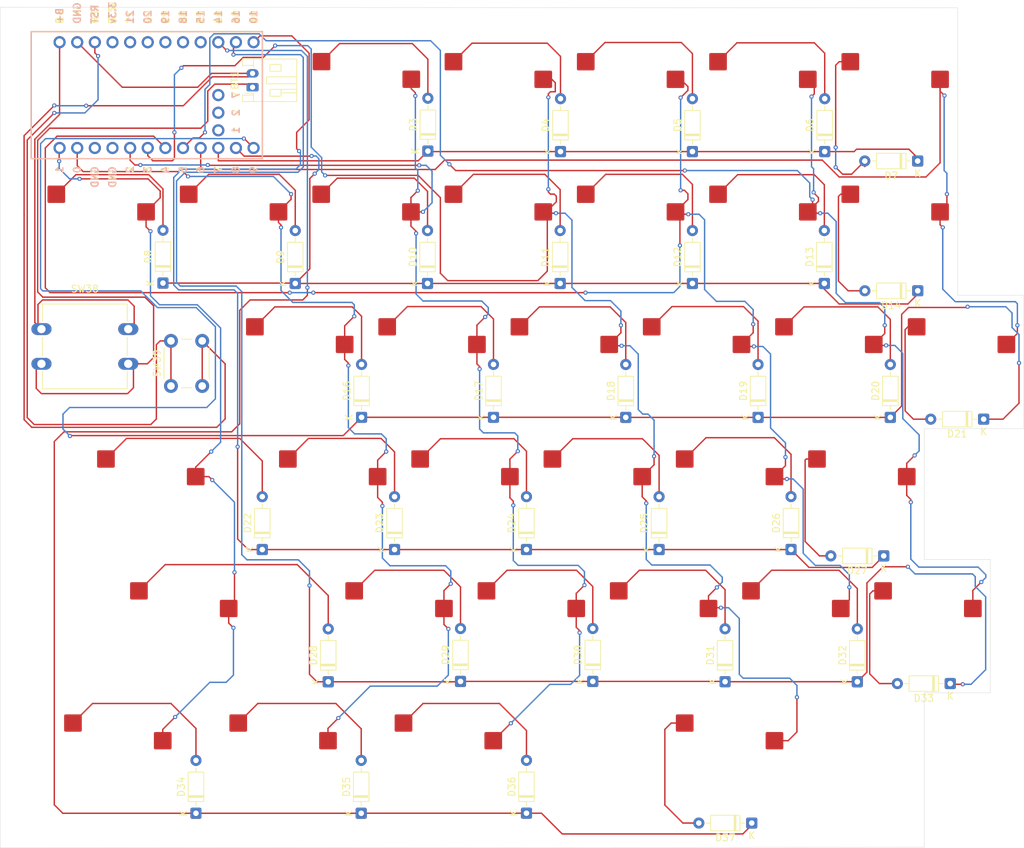
<source format=kicad_pcb>
(kicad_pcb (version 20241229) (generator "pcbnew") (generator_version "9.0")
  (layers (0 "F.Cu" signal) (2 "B.Cu" signal) (13 "F.Paste" user) (15 "B.Paste" user) (5 "F.SilkS" user "F.Silkscreen") (7 "B.SilkS" user "B.Silkscreen") (1 "F.Mask" user) (3 "B.Mask" user) (25 "Edge.Cuts" user))
  (net 0 "")
  (net 1 "Net-(BT1-+)")
  (net 2 "GND")
  (net 3 "row_L1")
  (net 4 "Net-(D3-A)")
  (net 5 "Net-(D4-A)")
  (net 6 "Net-(D5-A)")
  (net 7 "Net-(D6-A)")
  (net 8 "Net-(D7-A)")
  (net 9 "row_L2")
  (net 10 "Net-(D9-A)")
  (net 11 "Net-(D10-A)")
  (net 12 "Net-(D11-A)")
  (net 13 "Net-(D12-A)")
  (net 14 "Net-(D13-A)")
  (net 15 "Net-(D14-A)")
  (net 16 "row_L3")
  (net 17 "Net-(D16-A)")
  (net 18 "Net-(D17-A)")
  (net 19 "Net-(D18-A)")
  (net 20 "Net-(D19-A)")
  (net 21 "Net-(D20-A)")
  (net 22 "Net-(D21-A)")
  (net 23 "Net-(D22-A)")
  (net 24 "row_L4")
  (net 25 "Net-(D23-A)")
  (net 26 "Net-(D24-A)")
  (net 27 "Net-(D25-A)")
  (net 28 "Net-(D26-A)")
  (net 29 "Net-(D27-A)")
  (net 30 "Net-(D28-A)")
  (net 31 "row_L5")
  (net 32 "Net-(D29-A)")
  (net 33 "Net-(D30-A)")
  (net 34 "Net-(D31-A)")
  (net 35 "Net-(D32-A)")
  (net 36 "Net-(D33-A)")
  (net 37 "row_L6")
  (net 38 "Net-(D34-A)")
  (net 39 "Net-(D35-A)")
  (net 40 "Net-(D36-A)")
  (net 41 "Net-(D37-A)")
  (net 42 "col_L1")
  (net 43 "col_L2")
  (net 44 "col_L3")
  (net 45 "col_L4")
  (net 46 "col_L5")
  (net 47 "col_L6")
  (net 48 "col_L7")
  (net 49 "B+")
  (net 50 "RST_L")
  (net 62 "Net-(D8-A)")
  (footprint "Diode_THT:D_DO-35_SOD27_P7.62mm_Horizontal" (layer "F.Cu") (at 166.37 58.64 90)
    (property "Reference" "D13")
    (property "Value" "1N4148")
  )
  (footprint "Diode_THT:D_DO-35_SOD27_P7.62mm_Horizontal" (layer "F.Cu") (at 156.82 77.94 90)
    (property "Reference" "D19")
    (property "Value" "1N4148")
  )
  (footprint "kailhv4:MX-Hotswap-1.25U" (layer "F.Cu") (at 87.8 127.07)
    (property "Reference" "SW35")
    (property "Value" "SW_Push_45deg")
  )
  (footprint "kailhv4:MX-Hotswap-1U" (layer "F.Cu") (at 152.1 89.02)
    (property "Reference" "SW26")
    (property "Value" "SW_Push_45deg")
  )
  (footprint "kailhv4:MX-Hotswap-1U" (layer "F.Cu") (at 175.95 50.87)
    (property "Reference" "SW14")
    (property "Value" "SW_Push_45deg")
  )
  (footprint "kailhv4:MX-Hotswap-1U" (layer "F.Cu") (at 61.6 50.87)
    (property "Reference" "SW8")
    (property "Value" "SW_Push_45deg")
  )
  (footprint "Diode_THT:D_DO-35_SOD27_P7.62mm_Horizontal" (layer "F.Cu") (at 128.32 58.64 90)
    (property "Reference" "D11")
    (property "Value" "1N4148")
  )
  (footprint "Diode_THT:D_DO-35_SOD27_P7.62mm_Horizontal" (layer "F.Cu") (at 109.22 58.64 90)
    (property "Reference" "D10")
    (property "Value" "1N4148")
  )
  (footprint "kailhv4:MX-Hotswap-1U" (layer "F.Cu") (at 137.85 31.77)
    (property "Reference" "SW5")
    (property "Value" "SW_Push_45deg")
  )
  (footprint "kailhv4:MX-Hotswap-1U" (layer "F.Cu") (at 175.95 31.77)
    (property "Reference" "SW7")
    (property "Value" "SW_Push_45deg")
  )
  (footprint "Diode_THT:D_DO-35_SOD27_P7.62mm_Horizontal" (layer "F.Cu") (at 166.42 39.64 90)
    (property "Reference" "D6")
    (property "Value" "1N4148")
  )
  (footprint "kailhv4:MX-Hotswap-1U" (layer "F.Cu") (at 147.35 69.97)
    (property "Reference" "SW19")
    (property "Value" "SW_Push_45deg")
  )
  (footprint "Diode_THT:D_DO-35_SOD27_P7.62mm_Horizontal" (layer "F.Cu") (at 90.17 58.64 90)
    (property "Reference" "D9")
    (property "Value" "1N4148")
  )
  (footprint "Diode_THT:D_DO-35_SOD27_P7.62mm_Horizontal" (layer "F.Cu") (at 175.87 77.94 90)
    (property "Reference" "D20")
    (property "Value" "1N4148")
  )
  (footprint "kailhv4:MX-Hotswap-1U" (layer "F.Cu") (at 133.05 89.02)
    (property "Reference" "SW25")
    (property "Value" "SW_Push_45deg")
  )
  (footprint "Diode_THT:D_DO-35_SOD27_P7.62mm_Horizontal" (layer "F.Cu") (at 179.82 59.7 180)
    (property "Reference" "D14")
    (property "Value" "1N4148")
  )
  (footprint "Diode_THT:D_DO-35_SOD27_P7.62mm_Horizontal" (layer "F.Cu") (at 109.27 39.57 90)
    (property "Reference" "D3")
    (property "Value" "1N4148")
  )
  (footprint "kailhv4:MX-Hotswap-1U" (layer "F.Cu") (at 156.9 50.87)
    (property "Reference" "SW13")
    (property "Value" "SW_Push_45deg")
  )
  (footprint "Diode_THT:D_DO-35_SOD27_P7.62mm_Horizontal" (layer "F.Cu") (at 118.72 77.93 90)
    (property "Reference" "D17")
    (property "Value" "1N4148")
  )
  (footprint "kailhv4:MX-Hotswap-1U" (layer "F.Cu") (at 109.25 69.97)
    (property "Reference" "SW17")
    (property "Value" "SW_Push_45deg")
  )
  (footprint "kailhv4:MX-Hotswap-1U" (layer "F.Cu") (at 114 89.02)
    (property "Reference" "SW24")
    (property "Value" "SW_Push_45deg")
  )
  (footprint "kailhv4:MX-Hotswap-2.25U" (layer "F.Cu") (at 73.5 108.02)
    (property "Reference" "SW28")
    (property "Value" "SW_Push_45deg")
  )
  (footprint "Diode_THT:D_DO-35_SOD27_P7.62mm_Horizontal" (layer "F.Cu") (at 71.12 58.59 90)
    (property "Reference" "D8")
    (property "Value" "1N4148")
  )
  (footprint "kailhv4:MX-Hotswap-1U" (layer "F.Cu") (at 171.15 89.02)
    (property "Reference" "SW27")
    (property "Value" "SW_Push_45deg")
  )
  (footprint "Diode_THT:D_DO-35_SOD27_P7.62mm_Horizontal" (layer "F.Cu") (at 99.67 134.99 90)
    (property "Reference" "D35")
    (property "Value" "1N4148")
  )
  (footprint "kailhv4:MX-Hotswap-1U" (layer "F.Cu") (at 123.55 108.02)
    (property "Reference" "SW30")
    (property "Value" "SW_Push_45deg")
  )
  (footprint "Diode_THT:D_DO-35_SOD27_P7.62mm_Horizontal" (layer "F.Cu") (at 189.31 78.2 180)
    (property "Reference" "D21")
    (property "Value" "1N4148")
  )
  (footprint "Diode_THT:D_DO-35_SOD27_P7.62mm_Horizontal" (layer "F.Cu") (at 142.57 96.99 90)
    (property "Reference" "D25")
    (property "Value" "1N4148")
  )
  (footprint "Connector_JST:JST_PH_S2B-PH-K_1x02_P2.00mm_Horizontal" (layer "F.Cu") (at 84.02 30.37 90)
    (property "Reference" "BT1")
    (property "Value" "Battery_Cell")
  )
  (footprint "Diode_THT:D_DO-35_SOD27_P7.62mm_Horizontal" (layer "F.Cu") (at 147.37 39.64 90)
    (property "Reference" "D5")
    (property "Value" "1N4148")
  )
  (footprint "Diode_THT:D_DO-35_SOD27_P7.62mm_Horizontal" (layer "F.Cu") (at 179.81 41 180)
    (property "Reference" "D7")
    (property "Value" "1N4148")
  )
  (footprint "kailhv4:MX-Hotswap-1U" (layer "F.Cu") (at 180.67 108.02)
    (property "Reference" "SW33")
    (property "Value" "SW_Push_45deg")
  )
  (footprint "Diode_THT:D_DO-35_SOD27_P7.62mm_Horizontal" (layer "F.Cu") (at 137.77 77.94 90)
    (property "Reference" "D18")
    (property "Value" "1N4148")
  )
  (footprint "Button_Switch_THT:SW_PUSH_6mm" (layer "F.Cu") (at 72.27 73.42 90)
    (property "Reference" "SW39")
    (property "Value" "SW_Push")
  )
  (footprint "kailhv4:MX-Hotswap-1U" (layer "F.Cu") (at 80.67 50.87)
    (property "Reference" "SW9")
    (property "Value" "SW_Push_45deg")
  )
  (footprint "Diode_THT:D_DO-35_SOD27_P7.62mm_Horizontal" (layer "F.Cu") (at 171.12 116.04 90)
    (property "Reference" "D32")
    (property "Value" "1N4148")
  )
  (footprint "Diode_THT:D_DO-35_SOD27_P7.62mm_Horizontal" (layer "F.Cu") (at 99.72 77.93 90)
    (property "Reference" "D16")
    (property "Value" "1N4148")
  )
  (footprint "Diode_THT:D_DO-35_SOD27_P7.62mm_Horizontal" (layer "F.Cu") (at 128.37 39.64 90)
    (property "Reference" "D4")
    (property "Value" "1N4148")
  )
  (footprint "kailhv4:MX-Hotswap-1U" (layer "F.Cu") (at 137.85 50.87)
    (property "Reference" "SW12")
    (property "Value" "SW_Push_45deg")
  )
  (footprint "kailhv4:MX-Hotswap-1U" (layer "F.Cu") (at 99.795 31.7548)
    (property "Reference" "SW3")
    (property "Value" "SW_Push_45deg")
  )
  (footprint "Diode_THT:D_DO-35_SOD27_P7.62mm_Horizontal" (layer "F.Cu") (at 104.47 96.99 90)
    (property "Reference" "D23")
    (property "Value" "1N4148")
  )
  (footprint "Diode_THT:D_DO-35_SOD27_P7.62mm_Horizontal" (layer "F.Cu") (at 184.5 116.3 180)
    (property "Reference" "D33")
    (property "Value" "1N4148")
  )
  (footprint "kailhv4:MX-Hotswap-1U" (layer "F.Cu") (at 104.5 108.02)
    (property "Reference" "SW29")
    (property "Value" "SW_Push_45deg")
  )
  (footprint "kailhv4:MX-Hotswap-1.25U" (layer "F.Cu") (at 111.6 127.07)
    (property "Reference" "SW36")
    (property "Value" "SW_Push_45deg")
  )
  (footprint "Diode_THT:D_DO-35_SOD27_P7.62mm_Horizontal" (layer "F.Cu") (at 133.02 115.99 90)
    (property "Reference" "D30")
    (property "Value" "1N4148")
  )
  (footprint "Diode_THT:D_DO-35_SOD27_P7.62mm_Horizontal" (layer "F.Cu") (at 161.57 96.98 90)
    (property "Reference" "D26")
    (property "Value" "1N4148")
  )
  (footprint "kailhv4:MX-Hotswap-1.75U" (layer "F.Cu") (at 68.75 89.02)
    (property "Reference" "SW22")
    (property "Value" "SW_Push_45deg")
  )
  (footprint "Button_Switch_THT:SW_SPST_Omron_B3F-40xx" (layer "F.Cu") (at 53.62 65.22)
    (property "Reference" "SW38")
    (property "Value" "SW_SPST")
  )
  (footprint "Diode_THT:D_DO-35_SOD27_P7.62mm_Horizontal" (layer "F.Cu") (at 113.97 115.99 90)
    (property "Reference" "D29")
    (property "Value" "1N4148")
  )
  (footprint "Diode_THT:D_DO-35_SOD27_P7.62mm_Horizontal" (layer "F.Cu") (at 123.47 134.98 90)
    (property "Reference" "D36")
    (property "Value" "1N4148")
  )
  (footprint "kailhv4:MX-Hotswap-1U" (layer "F.Cu") (at 90.2 69.97)
    (property "Reference" "SW16")
    (property "Value" "SW_Push_45deg")
  )
  (footprint "kailhv4:MX-Hotswap-1U" (layer "F.Cu") (at 142.6 108.02)
    (property "Reference" "SW31")
    (property "Value" "SW_Push_45deg")
  )
  (footprint "Diode_THT:D_DO-35_SOD27_P7.62mm_Horizontal" (layer "F.Cu") (at 155.91 136.4 180)
    (property "Reference" "D37")
    (property "Value" "1N4148")
  )
  (footprint "kailhv4:MX-Hotswap-1U" (layer "F.Cu") (at 118.8 50.87)
    (property "Reference" "SW11")
    (property "Value" "SW_Push_45deg")
  )
  (footprint "kailhv4:MX-Hotswap-1U" (layer "F.Cu") (at 185.5 69.97)
    (property "Reference" "SW21")
    (property "Value" "SW_Push_45deg")
  )
  (footprint "kailhv4:MX-Hotswap-3U" (layer "F.Cu") (at 152.1 127.07)
    (property "Reference" "SW37")
    (property "Value" "SW_Push_45deg")
  )
  (footprint "kailhv4:MX-Hotswap-1.25U" (layer "F.Cu") (at 64 127.07)
    (property "Reference" "SW34")
    (property "Value" "SW_Push_45deg")
  )
  (footprint "kailhv4:MX-Hotswap-1U" (layer "F.Cu") (at 94.95 89.02)
    (property "Reference" "SW23")
    (property "Value" "SW_Push_45deg")
  )
  (footprint "kailhv4:MX-Hotswap-1U" (layer "F.Cu") (at 156.9 31.77)
    (property "Reference" "SW6")
    (property "Value" "SW_Push_45deg")
  )
  (footprint "scotto:Nice_Nano_V2" (layer "F.Cu") (at 69.92 31.5 90)
    (property "Reference" "U1" (hide yes))
    (property "Value" "Nice_Nano_V2" (hide yes))
  )
  (footprint "kailhv4:MX-Hotswap-1U" (layer "F.Cu") (at 161.65 108.02)
    (property "Reference" "SW32")
    (property "Value" "SW_Push_45deg")
  )
  (footprint "Diode_THT:D_DO-35_SOD27_P7.62mm_Horizontal" (layer "F.Cu") (at 147.37 58.64 90)
    (property "Reference" "D12")
    (property "Value" "1N4148")
  )
  (footprint "Diode_THT:D_DO-35_SOD27_P7.62mm_Horizontal" (layer "F.Cu") (at 85.42 96.99 90)
    (property "Reference" "D22")
    (property "Value" "1N4148")
  )
  (footprint "kailhv4:MX-Hotswap-1U" (layer "F.Cu") (at 128.3 69.97)
    (property "Reference" "SW18")
    (property "Value" "SW_Push_45deg")
  )
  (footprint "Diode_THT:D_DO-35_SOD27_P7.62mm_Horizontal" (layer "F.Cu") (at 123.47 96.99 90)
    (property "Reference" "D24")
    (property "Value" "1N4148")
  )
  (footprint "Diode_THT:D_DO-35_SOD27_P7.62mm_Horizontal" (layer "F.Cu") (at 174.92 97.9 180)
    (property "Reference" "D27")
    (property "Value" "1N4148")
  )
  (footprint "Diode_THT:D_DO-35_SOD27_P7.62mm_Horizontal" (layer "F.Cu") (at 152.07 116.03 90)
    (property "Reference" "D31")
    (property "Value" "1N4148")
  )
  (footprint "Diode_THT:D_DO-35_SOD27_P7.62mm_Horizontal" (layer "F.Cu") (at 94.92 116.04 90)
    (property "Reference" "D28")
    (property "Value" "1N4148")
  )
  (footprint "kailhv4:MX-Hotswap-1U" (layer "F.Cu") (at 166.4 69.97)
    (property "Reference" "SW20")
    (property "Value" "SW_Push_45deg")
  )
  (footprint "kailhv4:MX-Hotswap-1U" (layer "F.Cu") (at 118.8 31.77)
    (property "Reference" "SW4")
    (property "Value" "SW_Push_45deg")
  )
  (footprint "Diode_THT:D_DO-35_SOD27_P7.62mm_Horizontal" (layer "F.Cu") (at 75.87 134.99 90)
    (property "Reference" "D34")
    (property "Value" "1N4148")
  )
  (footprint "kailhv4:MX-Hotswap-1U" (layer "F.Cu") (at 99.75 50.87)
    (property "Reference" "SW10")
    (property "Value" "SW_Push_45deg")
  )
  (gr_line (start 195.1 79.575) (end 180.75 79.575) (stroke (width 0.05)) (layer "Edge.Cuts"))
  (gr_line (start 180.75 79.575) (end 180.75 98.4) (stroke (width 0.05)) (layer "Edge.Cuts"))
  (gr_line (start 190.275 98.4) (end 190.275 117.625) (stroke (width 0.05)) (layer "Edge.Cuts"))
  (gr_line (start 185.575 18.925) (end 47.674409 18.850095) (stroke (width 0.05)) (layer "Edge.Cuts"))
  (gr_line (start 185.575 22.15) (end 185.575 60.35) (stroke (width 0.05)) (layer "Edge.Cuts"))
  (gr_line (start 185.575 60.35) (end 195.1 60.35) (stroke (width 0.05)) (layer "Edge.Cuts"))
  (gr_line (start 180.75 136.675) (end 180.75 139.9) (stroke (width 0.05)) (layer "Edge.Cuts"))
  (gr_line (start 180.75 139.9) (end 52.575 139.975) (stroke (width 0.05)) (layer "Edge.Cuts"))
  (gr_line (start 195.1 60.35) (end 195.1 79.575) (stroke (width 0.05)) (layer "Edge.Cuts"))
  (gr_line (start 47.675 22.325) (end 47.674409 18.850095) (stroke (width 0.05)) (layer "Edge.Cuts"))
  (gr_line (start 47.695 139.975) (end 47.675 22.325) (stroke (width 0.05)) (layer "Edge.Cuts"))
  (gr_line (start 52.025 139.975) (end 47.695 139.975) (stroke (width 0.05)) (layer "Edge.Cuts"))
  (gr_line (start 52.025 139.975) (end 52.575 139.975) (stroke (width 0.05)) (layer "Edge.Cuts"))
  (gr_line (start 190.275 117.625) (end 180.75 117.625) (stroke (width 0.05)) (layer "Edge.Cuts"))
  (gr_line (start 180.75 117.625) (end 180.75 136.675) (stroke (width 0.05)) (layer "Edge.Cuts"))
  (gr_line (start 180.75 98.4) (end 190.275 98.4) (stroke (width 0.05)) (layer "Edge.Cuts"))
  (gr_line (start 185.575 22.15) (end 185.575 18.925) (stroke (width 0.05)) (layer "Edge.Cuts"))
  (segment (start 78.57 29.92) (end 83.57 29.92) (width 0.2) (layer "F.Cu") (net 1))
  (segment (start 77.57 30.92) (end 78.57 29.92) (width 0.2) (layer "F.Cu") (net 1))
  (segment (start 66.02 74.52) (end 66.87 73.67) (width 0.2) (layer "F.Cu") (net 1))
  (segment (start 66.87 73.67) (end 66.87 70.97) (width 0.2) (layer "F.Cu") (net 1))
  (segment (start 52.87 73.77) (end 53.62 74.52) (width 0.2) (layer "F.Cu") (net 1))
  (segment (start 77.57 35.27) (end 77.57 30.92) (width 0.2) (layer "F.Cu") (net 1))
  (segment (start 83.57 29.92) (end 84.02 30.37) (width 0.2) (layer "F.Cu") (net 1))
  (segment (start 68.87 70.22) (end 69.77 69.32) (width 0.2) (layer "F.Cu") (net 1))
  (segment (start 66.12 70.22) (end 68.87 70.22) (width 0.2) (layer "F.Cu") (net 1))
  (segment (start 66.87 70.97) (end 66.12 70.22) (width 0.2) (layer "F.Cu") (net 1))
  (segment (start 76.57 36.27) (end 77.57 35.27) (width 0.2) (layer "F.Cu") (net 1))
  (segment (start 69.77 61.87) (end 68.519 60.619) (width 0.2) (layer "F.Cu") (net 1))
  (segment (start 52.87 70.97) (end 52.87 73.77) (width 0.2) (layer "F.Cu") (net 1))
  (segment (start 53.62 70.22) (end 52.87 70.97) (width 0.2) (layer "F.Cu") (net 1))
  (segment (start 54.82 36.27) (end 76.57 36.27) (width 0.2) (layer "F.Cu") (net 1))
  (segment (start 53.62 74.52) (end 66.02 74.52) (width 0.2) (layer "F.Cu") (net 1))
  (segment (start 53.07 59.87) (end 53.07 38.02) (width 0.2) (layer "F.Cu") (net 1))
  (segment (start 69.77 69.32) (end 69.77 61.87) (width 0.2) (layer "F.Cu") (net 1))
  (segment (start 53.07 38.02) (end 54.82 36.27) (width 0.2) (layer "F.Cu") (net 1))
  (segment (start 68.519 60.619) (end 53.819 60.619) (width 0.2) (layer "F.Cu") (net 1))
  (segment (start 53.819 60.619) (end 53.07 59.87) (width 0.2) (layer "F.Cu") (net 1))
  (segment (start 80.07 70.219999) (end 80.07 70.37) (width 0.2) (layer "F.Cu") (net 2))
  (segment (start 76.12 30.37) (end 78.120001 28.369999) (width 0.2) (layer "F.Cu") (net 2))
  (segment (start 79.27 78.97) (end 78.869 79.371) (width 0.2) (layer "F.Cu") (net 2))
  (segment (start 76.770001 73.42) (end 76.77 66.919999) (width 0.2) (layer "F.Cu") (net 2))
  (segment (start 60.058235 33.033235) (end 74.056765 33.033235) (width 0.2) (layer "F.Cu") (net 2))
  (segment (start 78.120001 28.369999) (end 84.02 28.369999) (width 0.2) (layer "F.Cu") (net 2))
  (segment (start 80.07 70.37) (end 80.07 78.17) (width 0.2) (layer "F.Cu") (net 2))
  (segment (start 78.22 28.87) (end 83.519999 28.87) (width 0.2) (layer "F.Cu") (net 2))
  (segment (start 80.07 78.17) (end 79.27 78.97) (width 0.2) (layer "F.Cu") (net 2))
  (segment (start 78.869 79.371) (end 52.221 79.371) (width 0.2) (layer "F.Cu") (net 2))
  (segment (start 52.221 79.371) (end 51.12 78.27) (width 0.2) (layer "F.Cu") (net 2))
  (segment (start 76.77 66.919999) (end 80.07 70.219999) (width 0.2) (layer "F.Cu") (net 2))
  (segment (start 65.26 30.37) (end 76.12 30.37) (width 0.2) (layer "F.Cu") (net 2))
  (segment (start 51.12 37.345) (end 55.47 32.995) (width 0.2) (layer "F.Cu") (net 2))
  (segment (start 83.519999 28.87) (end 84.02 28.369999) (width 0.2) (layer "F.Cu") (net 2))
  (segment (start 58.77 23.88) (end 65.26 30.37) (width 0.2) (layer "F.Cu") (net 2))
  (segment (start 74.056765 33.033235) (end 78.22 28.87) (width 0.2) (layer "F.Cu") (net 2))
  (segment (start 51.12 78.27) (end 51.12 48.77) (width 0.2) (layer "F.Cu") (net 2))
  (segment (start 51.12 48.77) (end 51.12 37.345) (width 0.2) (layer "F.Cu") (net 2))
  (via (at 60.058235 33.033235) (size 0.6) (drill 0.3) (layers "F.Cu" "B.Cu") (net 2))
  (via (at 55.47 32.995) (size 0.6) (drill 0.3) (layers "F.Cu" "B.Cu") (net 2))
  (segment (start 55.47 32.995) (end 55.508235 33.033235) (width 0.2) (layer "B.Cu") (net 2))
  (segment (start 55.508235 33.033235) (end 60.058235 33.033235) (width 0.2) (layer "B.Cu") (net 2))
  (segment (start 79.12 40.97) (end 79.09 40.94) (width 0.2) (layer "F.Cu") (net 3))
  (segment (start 107.87 40.97) (end 79.12 40.97) (width 0.2) (layer "F.Cu") (net 3))
  (segment (start 178.549943 39.3) (end 179.81 40.560057) (width 0.2) (layer "F.Cu") (net 3))
  (segment (start 109.27 39.57) (end 107.87 40.97) (width 0.2) (layer "F.Cu") (net 3))
  (segment (start 147.37 39.64) (end 128.37 39.64) (width 0.2) (layer "F.Cu") (net 3))
  (segment (start 170.66 39.64) (end 171 39.3) (width 0.2) (layer "F.Cu") (net 3))
  (segment (start 166.43 39.63) (end 166.42 39.64) (width 0.2) (layer "F.Cu") (net 3))
  (segment (start 166.42 39.64) (end 170.66 39.64) (width 0.2) (layer "F.Cu") (net 3))
  (segment (start 179.81 40.560057) (end 179.81 41) (width 0.2) (layer "F.Cu") (net 3))
  (segment (start 171 39.3) (end 178.549943 39.3) (width 0.2) (layer "F.Cu") (net 3))
  (segment (start 128.37 39.64) (end 109.34 39.64) (width 0.2) (layer "F.Cu") (net 3))
  (segment (start 166.42 39.64) (end 147.37 39.64) (width 0.2) (layer "F.Cu") (net 3))
  (segment (start 109.34 39.64) (end 109.27 39.57) (width 0.2) (layer "F.Cu") (net 3))
  (segment (start 79.09 40.94) (end 79.09 39.12) (width 0.2) (layer "F.Cu") (net 3))
  (segment (start 107.02 24.07) (end 109.27 26.32) (width 0.2) (layer "F.Cu") (net 4))
  (segment (start 109.27 26.32) (end 109.27 31.95) (width 0.2) (layer "F.Cu") (net 4))
  (segment (start 93.953 26.6748) (end 96.5578 24.07) (width 0.2) (layer "F.Cu") (net 4))
  (segment (start 96.5578 24.07) (end 107.02 24.07) (width 0.2) (layer "F.Cu") (net 4))
  (segment (start 126.47 24.02) (end 128.37 25.92) (width 0.2) (layer "F.Cu") (net 5))
  (segment (start 128.37 25.92) (end 128.37 32.02) (width 0.2) (layer "F.Cu") (net 5))
  (segment (start 112.958 26.69) (end 115.628 24.02) (width 0.2) (layer "F.Cu") (net 5))
  (segment (start 115.628 24.02) (end 126.47 24.02) (width 0.2) (layer "F.Cu") (net 5))
  (segment (start 147.37 25.52) (end 147.37 32.02) (width 0.2) (layer "F.Cu") (net 6))
  (segment (start 145.77 23.92) (end 147.37 25.52) (width 0.2) (layer "F.Cu") (net 6))
  (segment (start 134.778 23.92) (end 145.77 23.92) (width 0.2) (layer "F.Cu") (net 6))
  (segment (start 132.008 26.69) (end 134.778 23.92) (width 0.2) (layer "F.Cu") (net 6))
  (segment (start 166.42 25.47) (end 166.42 32.02) (width 0.2) (layer "F.Cu") (net 7))
  (segment (start 151.058 26.69) (end 153.778 23.97) (width 0.2) (layer "F.Cu") (net 7))
  (segment (start 153.778 23.97) (end 164.92 23.97) (width 0.2) (layer "F.Cu") (net 7))
  (segment (start 164.92 23.97) (end 166.42 25.47) (width 0.2) (layer "F.Cu") (net 7))
  (segment (start 170.108 26.69) (end 168.51 26.69) (width 0.2) (layer "F.Cu") (net 8))
  (segment (start 170.29 42.9) (end 172.19 41) (width 0.2) (layer "F.Cu") (net 8))
  (segment (start 168.51 26.69) (end 168 27.2) (width 0.2) (layer "F.Cu") (net 8))
  (segment (start 172.19 41.81) (end 172.19 41.271) (width 0.2) (layer "F.Cu") (net 8))
  (segment (start 168 27.2) (end 168 39.04) (width 0.2) (layer "F.Cu") (net 8))
  (segment (start 169 42.9) (end 170.29 42.9) (width 0.2) (layer "F.Cu") (net 8))
  (segment (start 168 41.9) (end 169 42.9) (width 0.2) (layer "F.Cu") (net 8))
  (via (at 168 39.04) (size 0.6) (drill 0.3) (layers "F.Cu" "B.Cu") (net 8))
  (via (at 168 41.9) (size 0.6) (drill 0.3) (layers "F.Cu" "B.Cu") (net 8))
  (segment (start 168 39.04) (end 168 41.9) (width 0.2) (layer "B.Cu") (net 8))
  (segment (start 128.32 58.64) (end 147.37 58.64) (width 0.2) (layer "F.Cu") (net 9))
  (segment (start 178.4 61.6) (end 179.82 60.18) (width 0.2) (layer "F.Cu") (net 9))
  (segment (start 168.5 61.6) (end 178.4 61.6) (width 0.2) (layer "F.Cu") (net 9))
  (segment (start 90.12 58.59) (end 90.17 58.64) (width 0.2) (layer "F.Cu") (net 9))
  (segment (start 166.37 58.64) (end 166.37 59.47) (width 0.2) (layer "F.Cu") (net 9))
  (segment (start 71.12 58.59) (end 90.12 58.59) (width 0.2) (layer "F.Cu") (net 9))
  (segment (start 90.17 58.64) (end 92.27 56.54) (width 0.2) (layer "F.Cu") (net 9))
  (segment (start 92.27 56.17) (end 92.27 43.52) (width 0.2) (layer "F.Cu") (net 9))
  (segment (start 92.27 56.54) (end 92.27 56.17) (width 0.2) (layer "F.Cu") (net 9))
  (segment (start 179.82 60.18) (end 179.82 59.7) (width 0.2) (layer "F.Cu") (net 9))
  (segment (start 92.4927 40.2973) (end 82.8073 40.2973) (width 0.2) (layer "F.Cu") (net 9))
  (segment (start 82.8073 40.2973) (end 81.63 39.12) (width 0.2) (layer "F.Cu") (net 9))
  (segment (start 92.27 43.52) (end 92.97 42.82) (width 0.2) (layer "F.Cu") (net 9))
  (segment (start 109.22 58.64) (end 128.32 58.64) (width 0.2) (layer "F.Cu") (net 9))
  (segment (start 92.52 40.27) (end 92.4927 40.2973) (width 0.2) (layer "F.Cu") (net 9))
  (segment (start 90.17 58.64) (end 109.22 58.64) (width 0.2) (layer "F.Cu") (net 9))
  (segment (start 147.37 58.64) (end 166.37 58.64) (width 0.2) (layer "F.Cu") (net 9))
  (segment (start 166.37 59.47) (end 168.5 61.6) (width 0.2) (layer "F.Cu") (net 9))
  (via (at 92.52 40.27) (size 0.6) (drill 0.3) (layers "F.Cu" "B.Cu") (net 9))
  (via (at 92.97 42.82) (size 0.6) (drill 0.3) (layers "F.Cu" "B.Cu") (net 9))
  (segment (start 93.57 42.22) (end 93.57 40.67) (width 0.2) (layer "B.Cu") (net 9))
  (segment (start 93.17 40.27) (end 92.52 40.27) (width 0.2) (layer "B.Cu") (net 9))
  (segment (start 92.97 42.82) (end 93.57 42.22) (width 0.2) (layer "B.Cu") (net 9))
  (segment (start 93.57 40.67) (end 93.17 40.27) (width 0.2) (layer "B.Cu") (net 9))
  (segment (start 74.828 45.79) (end 77.698 42.92) (width 0.2) (layer "F.Cu") (net 10))
  (segment (start 90.17 45.22) (end 90.17 51.02) (width 0.2) (layer "F.Cu") (net 10))
  (segment (start 77.698 42.92) (end 87.87 42.92) (width 0.2) (layer "F.Cu") (net 10))
  (segment (start 87.87 42.92) (end 90.17 45.22) (width 0.2) (layer "F.Cu") (net 10))
  (segment (start 93.908 45.79) (end 96.228 43.47) (width 0.2) (layer "F.Cu") (net 11))
  (segment (start 109.22 45.37) (end 109.22 51.02) (width 0.2) (layer "F.Cu") (net 11))
  (segment (start 107.32 43.47) (end 109.22 45.37) (width 0.2) (layer "F.Cu") (net 11))
  (segment (start 96.228 43.47) (end 107.32 43.47) (width 0.2) (layer "F.Cu") (net 11))
  (segment (start 112.958 45.79) (end 115.828 42.92) (width 0.2) (layer "F.Cu") (net 12))
  (segment (start 126.12 42.92) (end 128.32 45.12) (width 0.2) (layer "F.Cu") (net 12))
  (segment (start 115.828 42.92) (end 126.12 42.92) (width 0.2) (layer "F.Cu") (net 12))
  (segment (start 128.32 45.12) (end 128.32 51.02) (width 0.2) (layer "F.Cu") (net 12))
  (segment (start 132.008 45.79) (end 134.878 42.92) (width 0.2) (layer "F.Cu") (net 13))
  (segment (start 134.878 42.92) (end 145.92 42.92) (width 0.2) (layer "F.Cu") (net 13))
  (segment (start 147.37 44.37) (end 147.37 51.02) (width 0.2) (layer "F.Cu") (net 13))
  (segment (start 145.92 42.92) (end 147.37 44.37) (width 0.2) (layer "F.Cu") (net 13))
  (segment (start 166.37 44.42) (end 166.37 51.02) (width 0.2) (layer "F.Cu") (net 14))
  (segment (start 153.878 42.97) (end 164.92 42.97) (width 0.2) (layer "F.Cu") (net 14))
  (segment (start 164.92 42.97) (end 166.37 44.42) (width 0.2) (layer "F.Cu") (net 14))
  (segment (start 151.058 45.79) (end 153.878 42.97) (width 0.2) (layer "F.Cu") (net 14))
  (segment (start 168.71 45.79) (end 168.4 46.1) (width 0.2) (layer "F.Cu") (net 15))
  (segment (start 168.4 46.1) (end 168.4 58.3) (width 0.2) (layer "F.Cu") (net 15))
  (segment (start 169.8 59.7) (end 172.2 59.7) (width 0.2) (layer "F.Cu") (net 15))
  (segment (start 168.4 58.3) (end 169.8 59.7) (width 0.2) (layer "F.Cu") (net 15))
  (segment (start 170.108 45.79) (end 168.71 45.79) (width 0.2) (layer "F.Cu") (net 15))
  (segment (start 175.87 77.94) (end 177.5 76.31) (width 0.2) (layer "F.Cu") (net 16))
  (segment (start 82.77 37.77) (end 82.82 37.77) (width 0.2) (layer "F.Cu") (net 16))
  (segment (start 177.5 63.1) (end 178.5 62.1) (width 0.2) (layer "F.Cu") (net 16))
  (segment (start 99.72 77.93) (end 118.72 77.93) (width 0.2) (layer "F.Cu") (net 16))
  (segment (start 156.82 77.94) (end 175.87 77.94) (width 0.2) (layer "F.Cu") (net 16))
  (segment (start 57.771 80.569) (end 57.72 80.62) (width 0.2) (layer "F.Cu") (net 16))
  (segment (start 177.5 76.31) (end 177.5 63.1) (width 0.2) (layer "F.Cu") (net 16))
  (segment (start 194.4 70.1) (end 194.4 75.9) (width 0.2) (layer "F.Cu") (net 16))
  (segment (start 194.4 75.9) (end 192.1 78.2) (width 0.2) (layer "F.Cu") (net 16))
  (segment (start 192.1 78.2) (end 189.31 78.2) (width 0.2) (layer "F.Cu") (net 16))
  (segment (start 137.77 77.94) (end 156.82 77.94) (width 0.2) (layer "F.Cu") (net 16))
  (segment (start 82.82 37.77) (end 84.17 39.12) (width 0.2) (layer "F.Cu") (net 16))
  (segment (start 97.081 80.569) (end 57.771 80.569) (width 0.2) (layer "F.Cu") (net 16))
  (segment (start 186.9 62.1) (end 187 62) (width 0.2) (layer "F.Cu") (net 16))
  (segment (start 137.76 77.93) (end 137.77 77.94) (width 0.2) (layer "F.Cu") (net 16))
  (segment (start 178.5 62.1) (end 186.9 62.1) (width 0.2) (layer "F.Cu") (net 16))
  (segment (start 99.72 77.93) (end 97.081 80.569) (width 0.2) (layer "F.Cu") (net 16))
  (segment (start 118.72 77.93) (end 137.76 77.93) (width 0.2) (layer "F.Cu") (net 16))
  (via (at 187 62) (size 0.6) (drill 0.3) (layers "F.Cu" "B.Cu") (net 16))
  (via (at 194.4 70.1) (size 0.6) (drill 0.3) (layers "F.Cu" "B.Cu") (net 16))
  (via (at 57.72 80.62) (size 0.6) (drill 0.3) (layers "F.Cu" "B.Cu") (net 16))
  (via (at 82.77 37.77) (size 0.6) (drill 0.3) (layers "F.Cu" "B.Cu") (net 16))
  (segment (start 57.67 76.52) (end 77.42 76.52) (width 0.2) (layer "B.Cu") (net 16))
  (segment (start 194.4 66) (end 194.4 70.1) (width 0.2) (layer "B.Cu") (net 16))
  (segment (start 57.72 80.62) (end 56.72 79.62) (width 0.2) (layer "B.Cu") (net 16))
  (segment (start 56.72 79.62) (end 56.72 77.47) (width 0.2) (layer "B.Cu") (net 16))
  (segment (start 70.321 62.121) (end 67.92 59.72) (width 0.2) (layer "B.Cu") (net 16))
  (segment (start 193.4 65) (end 194.4 66) (width 0.2) (layer "B.Cu") (net 16))
  (segment (start 53.490154 38.499846) (end 54.22 37.77) (width 0.2) (layer "B.Cu") (net 16))
  (segment (start 77.42 76.52) (end 78.67 75.27) (width 0.2) (layer "B.Cu") (net 16))
  (segment (start 192.5 62) (end 193.4 62.9) (width 0.2) (layer "B.Cu") (net 16))
  (segment (start 53.487754 38.499846) (end 53.490154 38.499846) (width 0.2) (layer "B.Cu") (net 16))
  (segment (start 54.22 37.77) (end 82.77 37.77) (width 0.2) (layer "B.Cu") (net 16))
  (segment (start 78.67 64.8871) (end 75.9039 62.121) (width 0.2) (layer "B.Cu") (net 16))
  (segment (start 56.72 77.47) (end 57.67 76.52) (width 0.2) (layer "B.Cu") (net 16))
  (segment (start 53.82 59.72) (end 53.487754 59.387754) (width 0.2) (layer "B.Cu") (net 16))
  (segment (start 187 62) (end 192.5 62) (width 0.2) (layer "B.Cu") (net 16))
  (segment (start 53.487754 59.387754) (end 53.487754 38.499846) (width 0.2) (layer "B.Cu") (net 16))
  (segment (start 193.4 62.9) (end 193.4 65) (width 0.2) (layer "B.Cu") (net 16))
  (segment (start 78.67 75.27) (end 78.67 64.8871) (width 0.2) (layer "B.Cu") (net 16))
  (segment (start 75.9039 62.121) (end 70.321 62.121) (width 0.2) (layer "B.Cu") (net 16))
  (segment (start 67.92 59.72) (end 53.82 59.72) (width 0.2) (layer "B.Cu") (net 16))
  (segment (start 84.358 64.89) (end 87.228 62.02) (width 0.2) (layer "F.Cu") (net 17))
  (segment (start 98.37 62.02) (end 99.72 63.37) (width 0.2) (layer "F.Cu") (net 17))
  (segment (start 87.228 62.02) (end 98.37 62.02) (width 0.2) (layer "F.Cu") (net 17))
  (segment (start 99.72 63.37) (end 99.72 70.31) (width 0.2) (layer "F.Cu") (net 17))
  (segment (start 116.92 61.97) (end 118.72 63.77) (width 0.2) (layer "F.Cu") (net 18))
  (segment (start 118.72 63.77) (end 118.72 70.31) (width 0.2) (layer "F.Cu") (net 18))
  (segment (start 106.328 61.97) (end 116.92 61.97) (width 0.2) (layer "F.Cu") (net 18))
  (segment (start 103.408 64.89) (end 106.328 61.97) (width 0.2) (layer "F.Cu") (net 18))
  (segment (start 122.458 64.89) (end 125.328 62.02) (width 0.2) (layer "F.Cu") (net 19))
  (segment (start 125.328 62.02) (end 135.52 62.02) (width 0.2) (layer "F.Cu") (net 19))
  (segment (start 137.77 64.27) (end 137.77 70.32) (width 0.2) (layer "F.Cu") (net 19))
  (segment (start 135.52 62.02) (end 137.77 64.27) (width 0.2) (layer "F.Cu") (net 19))
  (segment (start 154.72 61.97) (end 156.82 64.07) (width 0.2) (layer "F.Cu") (net 20))
  (segment (start 144.428 61.97) (end 154.72 61.97) (width 0.2) (layer "F.Cu") (net 20))
  (segment (start 156.82 64.07) (end 156.82 70.32) (width 0.2) (layer "F.Cu") (net 20))
  (segment (start 141.508 64.89) (end 144.428 61.97) (width 0.2) (layer "F.Cu") (net 20))
  (segment (start 174.07 62.02) (end 175.87 63.82) (width 0.2) (layer "F.Cu") (net 21))
  (segment (start 160.558 64.89) (end 163.428 62.02) (width 0.2) (layer "F.Cu") (net 21))
  (segment (start 163.428 62.02) (end 174.07 62.02) (width 0.2) (layer "F.Cu") (net 21))
  (segment (start 175.87 63.82) (end 175.87 70.32) (width 0.2) (layer "F.Cu") (net 21))
  (segment (start 179.658 64.89) (end 178.41 64.89) (width 0.2) (layer "F.Cu") (net 22))
  (segment (start 178.41 64.89) (end 178 65.3) (width 0.2) (layer "F.Cu") (net 22))
  (segment (start 179.2 78.2) (end 181.69 78.2) (width 0.2) (layer "F.Cu") (net 22))
  (segment (start 178 65.3) (end 178 77) (width 0.2) (layer "F.Cu") (net 22))
  (segment (start 178 77) (end 179.2 78.2) (width 0.2) (layer "F.Cu") (net 22))
  (segment (start 65.878 80.97) (end 82.17 80.97) (width 0.2) (layer "F.Cu") (net 23))
  (segment (start 82.17 80.97) (end 85.42 84.22) (width 0.2) (layer "F.Cu") (net 23))
  (segment (start 62.908 83.94) (end 65.878 80.97) (width 0.2) (layer "F.Cu") (net 23))
  (segment (start 85.42 84.22) (end 85.42 89.37) (width 0.2) (layer "F.Cu") (net 23))
  (segment (start 89.67 22.97) (end 85.08 22.97) (width 0.2) (layer "F.Cu") (net 24))
  (segment (start 92.17 25.47) (end 89.67 22.97) (width 0.2) (layer "F.Cu") (net 24))
  (segment (start 142.57 96.99) (end 161.56 96.99) (width 0.2) (layer "F.Cu") (net 24))
  (segment (start 90.37 39.22) (end 90.37 36.87) (width 0.2) (layer "F.Cu") (net 24))
  (segment (start 161.57 96.98) (end 164.159 99.569) (width 0.2) (layer "F.Cu") (net 24))
  (segment (start 173.251 99.569) (end 174.92 97.9) (width 0.2) (layer "F.Cu") (net 24))
  (segment (start 92.17 35.07) (end 92.17 25.47) (width 0.2) (layer "F.Cu") (net 24))
  (segment (start 85.42 96.99) (end 104.47 96.99) (width 0.2) (layer "F.Cu") (net 24))
  (segment (start 83.39 96.99) (end 81.87 95.47) (width 0.2) (layer "F.Cu") (net 24))
  (segment (start 85.42 96.99) (end 83.39 96.99) (width 0.2) (layer "F.Cu") (net 24))
  (segment (start 90.37 36.87) (end 92.17 35.07) (width 0.2) (layer "F.Cu") (net 24))
  (segment (start 123.47 96.99) (end 142.57 96.99) (width 0.2) (layer "F.Cu") (net 24))
  (segment (start 85.08 22.97) (end 84.17 23.88) (width 0.2) (layer "F.Cu") (net 24))
  (segment (start 90.72 39.57) (end 90.37 39.22) (width 0.2) (layer "F.Cu") (net 24))
  (segment (start 104.47 96.99) (end 123.47 96.99) (width 0.2) (layer "F.Cu") (net 24))
  (segment (start 81.87 95.47) (end 81.87 82.17) (width 0.2) (layer "F.Cu") (net 24))
  (segment (start 161.56 96.99) (end 161.57 96.98) (width 0.2) (layer "F.Cu") (net 24))
  (segment (start 164.159 99.569) (end 173.251 99.569) (width 0.2) (layer "F.Cu") (net 24))
  (via (at 81.87 82.17) (size 0.6) (drill 0.3) (layers "F.Cu" "B.Cu") (net 24))
  (via (at 90.72 39.57) (size 0.6) (drill 0.3) (layers "F.Cu" "B.Cu") (net 24))
  (segment (start 72.669 43.371) (end 72.77 43.27) (width 0.2) (layer "B.Cu") (net 24))
  (segment (start 81.87 60.07) (end 81.37 59.57) (width 0.2) (layer "B.Cu") (net 24))
  (segment (start 72.77 43.27) (end 73.869 42.171) (width 0.2) (layer "B.Cu") (net 24))
  (segment (start 73.869 42.171) (end 90.269 42.171) (width 0.2) (layer "B.Cu") (net 24))
  (segment (start 90.919 41.521) (end 90.919 41.47) (width 0.2) (layer "B.Cu") (net 24))
  (segment (start 72.669 58.869) (end 72.669 43.371) (width 0.2) (layer "B.Cu") (net 24))
  (segment (start 90.919 41.47) (end 90.919 39.769) (width 0.2) (layer "B.Cu") (net 24))
  (segment (start 81.37 59.57) (end 73.37 59.57) (width 0.2) (layer "B.Cu") (net 24))
  (segment (start 90.919 39.769) (end 90.72 39.57) (width 0.2) (layer "B.Cu") (net 24))
  (segment (start 90.269 42.171) (end 90.919 41.521) (width 0.2) (layer "B.Cu") (net 24))
  (segment (start 81.87 82.17) (end 81.87 60.07) (width 0.2) (layer "B.Cu") (net 24))
  (segment (start 73.37 59.57) (end 72.669 58.869) (width 0.2) (layer "B.Cu") (net 24))
  (segment (start 102.52 80.97) (end 104.47 82.92) (width 0.2) (layer "F.Cu") (net 25))
  (segment (start 92.078 80.97) (end 102.52 80.97) (width 0.2) (layer "F.Cu") (net 25))
  (segment (start 104.47 82.92) (end 104.47 89.37) (width 0.2) (layer "F.Cu") (net 25))
  (segment (start 89.108 83.94) (end 92.078 80.97) (width 0.2) (layer "F.Cu") (net 25))
  (segment (start 108.158 83.94) (end 111.078 81.02) (width 0.2) (layer "F.Cu") (net 26))
  (segment (start 121.67 81.02) (end 123.47 82.82) (width 0.2) (layer "F.Cu") (net 26))
  (segment (start 111.078 81.02) (end 121.67 81.02) (width 0.2) (layer "F.Cu") (net 26))
  (segment (start 123.47 82.82) (end 123.47 89.37) (width 0.2) (layer "F.Cu") (net 26))
  (segment (start 127.208 83.94) (end 130.128 81.02) (width 0.2) (layer "F.Cu") (net 27))
  (segment (start 142.57 83.42) (end 142.57 89.37) (width 0.2) (layer "F.Cu") (net 27))
  (segment (start 140.17 81.02) (end 142.57 83.42) (width 0.2) (layer "F.Cu") (net 27))
  (segment (start 130.128 81.02) (end 140.17 81.02) (width 0.2) (layer "F.Cu") (net 27))
  (segment (start 146.258 83.94) (end 149.328 80.87) (width 0.2) (layer "F.Cu") (net 28))
  (segment (start 149.328 80.87) (end 159.17 80.87) (width 0.2) (layer "F.Cu") (net 28))
  (segment (start 159.17 80.87) (end 161.57 83.27) (width 0.2) (layer "F.Cu") (net 28))
  (segment (start 161.57 83.27) (end 161.57 89.36) (width 0.2) (layer "F.Cu") (net 28))
  (segment (start 163.6 84.1) (end 163.6 95.8329) (width 0.2) (layer "F.Cu") (net 29))
  (segment (start 165.308 83.94) (end 163.76 83.94) (width 0.2) (layer "F.Cu") (net 29))
  (segment (start 165.6671 97.9) (end 167.3 97.9) (width 0.2) (layer "F.Cu") (net 29))
  (segment (start 163.6 95.8329) (end 165.6671 97.9) (width 0.2) (layer "F.Cu") (net 29))
  (segment (start 163.76 83.94) (end 163.6 84.1) (width 0.2) (layer "F.Cu") (net 29))
  (segment (start 67.658 102.94) (end 71.438 99.16) (width 0.2) (layer "F.Cu") (net 30))
  (segment (start 90.46 99.16) (end 94.92 103.62) (width 0.2) (layer "F.Cu") (net 30))
  (segment (start 71.438 99.16) (end 90.46 99.16) (width 0.2) (layer "F.Cu") (net 30))
  (segment (start 94.92 103.62) (end 94.92 108.42) (width 0.2) (layer "F.Cu") (net 30))
  (segment (start 172.5 101.8) (end 174.83 99.47) (width 0.2) (layer "F.Cu") (net 31))
  (segment (start 152.03 115.99) (end 152.07 116.03) (width 0.2) (layer "F.Cu") (net 31))
  (segment (start 81.27 25.67) (end 81.27 24.24) (width 0.2) (layer "F.Cu") (net 31))
  (segment (start 94.92 116.04) (end 113.92 116.04) (width 0.2) (layer "F.Cu") (net 31))
  (segment (start 94.92 116.04) (end 93.29 116.04) (width 0.2) (layer "F.Cu") (net 31))
  (segment (start 186.3 116.4) (end 184.6 116.4) (width 0.2) (layer "F.Cu") (net 31))
  (segment (start 184.32 116.3) (end 184.5 116.3) (width 0.2) (layer "F.Cu") (net 31))
  (segment (start 93.29 116.04) (end 92.22 114.97) (width 0.2) (layer "F.Cu") (net 31))
  (segment (start 92.22 114.97) (end 92.22 102.17) (width 0.2) (layer "F.Cu") (net 31))
  (segment (start 133.02 115.99) (end 152.03 115.99) (width 0.2) (layer "F.Cu") (net 31))
  (segment (start 172.5 114.66) (end 172.5 101.8) (width 0.2) (layer "F.Cu") (net 31))
  (segment (start 171.12 116.04) (end 172.5 114.66) (width 0.2) (layer "F.Cu") (net 31))
  (segment (start 113.97 115.99) (end 133.02 115.99) (width 0.2) (layer "F.Cu") (net 31))
  (segment (start 81.27 24.24) (end 81.63 23.88) (width 0.2) (layer "F.Cu") (net 31))
  (segment (start 171.11 116.03) (end 171.12 116.04) (width 0.2) (layer "F.Cu") (net 31))
  (segment (start 184.6 116.4) (end 184.5 116.3) (width 0.2) (layer "F.Cu") (net 31))
  (segment (start 174.83 99.47) (end 178.4 99.47) (width 0.2) (layer "F.Cu") (net 31))
  (segment (start 152.07 116.03) (end 171.11 116.03) (width 0.2) (layer "F.Cu") (net 31))
  (segment (start 113.92 116.04) (end 113.97 115.99) (width 0.2) (layer "F.Cu") (net 31))
  (via (at 178.4 99.47) (size 0.6) (drill 0.3) (layers "F.Cu" "B.Cu") (net 31))
  (via (at 92.22 102.17) (size 0.6) (drill 0.3) (layers "F.Cu" "B.Cu") (net 31))
  (via (at 186.3 116.4) (size 0.6) (drill 0.3) (layers "F.Cu" "B.Cu") (net 31))
  (via (at 81.27 25.67) (size 0.6) (drill 0.3) (layers "F.Cu" "B.Cu") (net 31))
  (segment (start 187.5 116.4) (end 189.6 114.3) (width 0.2) (layer "B.Cu") (net 31))
  (segment (start 90.72 98.57) (end 90.614193 98.464193) (width 0.2) (layer "B.Cu") (net 31))
  (segment (start 82.47 59.82) (end 81.67 59.02) (width 0.2) (layer "B.Cu") (net 31))
  (segment (start 81.67 59.02) (end 80.52 59.02) (width 0.2) (layer "B.Cu") (net 31))
  (segment (start 188.1 102.3) (end 188.1 100.9) (width 0.2) (layer "B.Cu") (net 31))
  (segment (start 92.22 102.17) (end 92.22 100.07) (width 0.2) (layer "B.Cu") (net 31))
  (segment (start 90.27 42.62) (end 90.57 42.62) (width 0.2) (layer "B.Cu") (net 31))
  (segment (start 74.32 42.62) (end 90.27 42.62) (width 0.2) (layer "B.Cu") (net 31))
  (segment (start 73.07 58.47) (end 73.07 43.87) (width 0.2) (layer "B.Cu") (net 31))
  (segment (start 189.6 103.8) (end 188.1 102.3) (width 0.2) (layer "B.Cu") (net 31))
  (segment (start 92.22 100.07) (end 90.72 98.57) (width 0.2) (layer "B.Cu") (net 31))
  (segment (start 189.6 114.3) (end 189.6 103.8) (width 0.2) (layer "B.Cu") (net 31))
  (segment (start 83.214193 98.464193) (end 82.47 97.72) (width 0.2) (layer "B.Cu") (net 31))
  (segment (start 179.43 100.5) (end 178.4 99.47) (width 0.2) (layer "B.Cu") (net 31))
  (segment (start 90.92 25.67) (end 81.27 25.67) (width 0.2) (layer "B.Cu") (net 31))
  (segment (start 187.7 100.5) (end 179.43 100.5) (width 0.2) (layer "B.Cu") (net 31))
  (segment (start 91.32 26.07) (end 90.92 25.67) (width 0.2) (layer "B.Cu") (net 31))
  (segment (start 91.32 41.87) (end 91.32 26.07) (width 0.2) (layer "B.Cu") (net 31))
  (segment (start 186.3 116.4) (end 187.5 116.4) (width 0.2) (layer "B.Cu") (net 31))
  (segment (start 90.57 42.62) (end 91.32 41.87) (width 0.2) (layer "B.Cu") (net 31))
  (segment (start 83.421151 98.464193) (end 83.214193 98.464193) (width 0.2) (layer "B.Cu") (net 31))
  (segment (start 90.614193 98.464193) (end 83.421151 98.464193) (width 0.2) (layer "B.Cu") (net 31))
  (segment (start 80.52 59.02) (end 73.62 59.02) (width 0.2) (layer "B.Cu") (net 31))
  (segment (start 82.47 97.72) (end 82.47 59.82) (width 0.2) (layer "B.Cu") (net 31))
  (segment (start 73.62 59.02) (end 73.07 58.47) (width 0.2) (layer "B.Cu") (net 31))
  (segment (start 73.07 43.87) (end 74.32 42.62) (width 0.2) (layer "B.Cu") (net 31))
  (segment (start 188.1 100.9) (end 187.7 100.5) (width 0.2) (layer "B.Cu") (net 31))
  (segment (start 113.97 102.37) (end 113.97 108.37) (width 0.2) (layer "F.Cu") (net 32))
  (segment (start 111.57 99.97) (end 113.97 102.37) (width 0.2) (layer "F.Cu") (net 32))
  (segment (start 101.628 99.97) (end 111.57 99.97) (width 0.2) (layer "F.Cu") (net 32))
  (segment (start 98.658 102.94) (end 101.628 99.97) (width 0.2) (layer "F.Cu") (net 32))
  (segment (start 117.708 102.94) (end 120.678 99.97) (width 0.2) (layer "F.Cu") (net 33))
  (segment (start 120.678 99.97) (end 130.67 99.97) (width 0.2) (layer "F.Cu") (net 33))
  (segment (start 133.02 102.32) (end 133.02 108.37) (width 0.2) (layer "F.Cu") (net 33))
  (segment (start 130.67 99.97) (end 133.02 102.32) (width 0.2) (layer "F.Cu") (net 33))
  (segment (start 139.728 99.97) (end 149.27 99.97) (width 0.2) (layer "F.Cu") (net 34))
  (segment (start 136.758 102.94) (end 139.728 99.97) (width 0.2) (layer "F.Cu") (net 34))
  (segment (start 152.07 102.77) (end 152.07 108.41) (width 0.2) (layer "F.Cu") (net 34))
  (segment (start 149.27 99.97) (end 152.07 102.77) (width 0.2) (layer "F.Cu") (net 34))
  (segment (start 158.778 99.97) (end 168.47 99.97) (width 0.2) (layer "F.Cu") (net 35))
  (segment (start 168.47 99.97) (end 171.12 102.62) (width 0.2) (layer "F.Cu") (net 35))
  (segment (start 155.808 102.94) (end 158.778 99.97) (width 0.2) (layer "F.Cu") (net 35))
  (segment (start 171.12 102.62) (end 171.12 108.42) (width 0.2) (layer "F.Cu") (net 35))
  (segment (start 172.9 103.4) (end 172.9 114.9) (width 0.2) (layer "F.Cu") (net 36))
  (segment (start 174.828 102.94) (end 173.36 102.94) (width 0.2) (layer "F.Cu") (net 36))
  (segment (start 173.36 102.94) (end 172.9 103.4) (width 0.2) (layer "F.Cu") (net 36))
  (segment (start 172.9 114.9) (end 174.3 116.3) (width 0.2) (layer "F.Cu") (net 36))
  (segment (start 174.3 116.3) (end 176.88 116.3) (width 0.2) (layer "F.Cu") (net 36))
  (segment (start 154.63 137.97) (end 155.91 136.69) (width 0.2) (layer "F.Cu") (net 37))
  (segment (start 75.87 134.99) (end 56.69 134.99) (width 0.2) (layer "F.Cu") (net 37))
  (segment (start 155.91 136.69) (end 155.91 136.4) (width 0.2) (layer "F.Cu") (net 37))
  (segment (start 82.17 62.52) (end 83.67 61.02) (width 0.2) (layer "F.Cu") (net 37))
  (segment (start 99.67 134.99) (end 75.87 134.99) (width 0.2) (layer "F.Cu") (net 37))
  (segment (start 123.47 134.98) (end 125.63 134.98) (width 0.2) (layer "F.Cu") (net 37))
  (segment (start 81.02 80.02) (end 81.87 79.17) (width 0.2) (layer "F.Cu") (net 37))
  (segment (start 91.246583 61.016833) (end 91.92 60.343416) (width 0.2) (layer "F.Cu") (net 37))
  (segment (start 80.28 25.07) (end 79.09 23.88) (width 0.2) (layer "F.Cu") (net 37))
  (segment (start 82.17 78.87) (end 82.17 62.52) (width 0.2) (layer "F.Cu") (net 37))
  (segment (start 128.62 137.97) (end 154.63 137.97) (width 0.2) (layer "F.Cu") (net 37))
  (segment (start 91.243416 61.02) (end 91.246583 61.016833) (width 0.2) (layer "F.Cu") (net 37))
  (segment (start 91.92 60.343416) (end 91.92 59.24) (width 0.2) (layer "F.Cu") (net 37))
  (segment (start 81.87 79.17) (end 82.17 78.87) (width 0.2) (layer "F.Cu") (net 37))
  (segment (start 125.63 134.98) (end 128.62 137.97) (width 0.2) (layer "F.Cu") (net 37))
  (segment (start 80.37 25.07) (end 80.28 25.07) (width 0.2) (layer "F.Cu") (net 37))
  (segment (start 55.47 133.77) (end 55.47 81.42) (width 0.2) (layer "F.Cu") (net 37))
  (segment (start 123.47 134.98) (end 99.68 134.98) (width 0.2) (layer "F.Cu") (net 37))
  (segment (start 99.68 134.98) (end 99.67 134.99) (width 0.2) (layer "F.Cu") (net 37))
  (segment (start 56.69 134.99) (end 55.47 133.77) (width 0.2) (layer "F.Cu") (net 37))
  (segment (start 55.47 81.42) (end 56.87 80.02) (width 0.2) (layer "F.Cu") (net 37))
  (segment (start 83.67 61.02) (end 91.243416 61.02) (width 0.2) (layer "F.Cu") (net 37))
  (segment (start 56.87 80.02) (end 81.02 80.02) (width 0.2) (layer "F.Cu") (net 37))
  (via (at 91.92 59.24) (size 0.6) (drill 0.3) (layers "F.Cu" "B.Cu") (net 37))
  (via (at 80.37 25.07) (size 0.6) (drill 0.3) (layers "F.Cu" "B.Cu") (net 37))
  (segment (start 91.92 59.24) (end 91.92 25.92) (width 0.2) (layer "B.Cu") (net 37))
  (segment (start 91.92 25.92) (end 91.07 25.07) (width 0.2) (layer "B.Cu") (net 37))
  (segment (start 91.07 25.07) (end 80.37 25.07) (width 0.2) (layer "B.Cu") (net 37))
  (segment (start 58.158 121.99) (end 60.978 119.17) (width 0.2) (layer "F.Cu") (net 38))
  (segment (start 60.978 119.17) (end 72.27 119.17) (width 0.2) (layer "F.Cu") (net 38))
  (segment (start 75.87 122.77) (end 75.87 127.37) (width 0.2) (layer "F.Cu") (net 38))
  (segment (start 72.27 119.17) (end 75.87 122.77) (width 0.2) (layer "F.Cu") (net 38))
  (segment (start 99.67 122.82) (end 99.67 127.37) (width 0.2) (layer "F.Cu") (net 39))
  (segment (start 81.958 121.99) (end 84.778 119.17) (width 0.2) (layer "F.Cu") (net 39))
  (segment (start 84.778 119.17) (end 96.02 119.17) (width 0.2) (layer "F.Cu") (net 39))
  (segment (start 96.02 119.17) (end 99.67 122.82) (width 0.2) (layer "F.Cu") (net 39))
  (segment (start 105.758 121.99) (end 108.578 119.17) (width 0.2) (layer "F.Cu") (net 40))
  (segment (start 108.578 119.17) (end 119.57 119.17) (width 0.2) (layer "F.Cu") (net 40))
  (segment (start 123.47 123.07) (end 123.47 127.36) (width 0.2) (layer "F.Cu") (net 40))
  (segment (start 119.57 119.17) (end 123.47 123.07) (width 0.2) (layer "F.Cu") (net 40))
  (segment (start 143.4 133.8) (end 146 136.4) (width 0.2) (layer "F.Cu") (net 41))
  (segment (start 146 136.4) (end 148.29 136.4) (width 0.2) (layer "F.Cu") (net 41))
  (segment (start 143.4 122.9) (end 143.4 133.8) (width 0.2) (layer "F.Cu") (net 41))
  (segment (start 144.31 121.99) (end 143.4 122.9) (width 0.2) (layer "F.Cu") (net 41))
  (segment (start 146.258 121.99) (end 144.31 121.99) (width 0.2) (layer "F.Cu") (net 41))
  (segment (start 75.835 85.105) (end 78.07 82.87) (width 0.2) (layer "F.Cu") (net 42))
  (segment (start 77.73 86.48) (end 75.835 86.48) (width 0.2) (layer "F.Cu") (net 42))
  (segment (start 80.585 105.48) (end 81.42 104.645) (width 0.2) (layer "F.Cu") (net 42))
  (segment (start 68.685 50.485) (end 68.685 48.33) (width 0.2) (layer "F.Cu") (net 42))
  (segment (start 70.719 46.296) (end 70.719 45.32) (width 0.2) (layer "F.Cu") (net 42))
  (segment (start 81.27 108.27) (end 80.585 107.585) (width 0.2) (layer "F.Cu") (net 42))
  (segment (start 78.22 86.97) (end 77.73 86.48) (width 0.2) (layer "F.Cu") (net 42))
  (segment (start 69.32 51.12) (end 68.685 50.485) (width 0.2) (layer "F.Cu") (net 42))
  (segment (start 71.085 122.905) (end 72.87 121.12) (width 0.2) (layer "F.Cu") (net 42))
  (segment (start 56.17 41.02) (end 56.17 39.18) (width 0.2) (layer "F.Cu") (net 42))
  (segment (start 68.685 48.33) (end 70.719 46.296) (width 0.2) (layer "F.Cu") (net 42))
  (segment (start 71.085 124.53) (end 71.085 122.905) (width 0.2) (layer "F.Cu") (net 42))
  (segment (start 68.969 43.57) (end 59.112906 43.57) (width 0.2) (layer "F.Cu") (net 42))
  (segment (start 56.17 39.18) (end 56.23 39.12) (width 0.2) (layer "F.Cu") (net 42))
  (segment (start 70.719 45.32) (end 68.969 43.57) (width 0.2) (layer "F.Cu") (net 42))
  (segment (start 75.835 86.48) (end 75.835 85.105) (width 0.2) (layer "F.Cu") (net 42))
  (segment (start 80.585 107.585) (end 80.585 105.48) (width 0.2) (layer "F.Cu") (net 42))
  (segment (start 81.42 104.645) (end 81.42 100.27) (width 0.2) (layer "F.Cu") (net 42))
  (via (at 81.27 108.27) (size 0.6) (drill 0.3) (layers "F.Cu" "B.Cu") (net 42))
  (via (at 69.32 51.12) (size 0.6) (drill 0.3) (layers "F.Cu" "B.Cu") (net 42))
  (via (at 56.17 41.02) (size 0.6) (drill 0.3) (layers "F.Cu" "B.Cu") (net 42))
  (via (at 78.07 82.87) (size 0.6) (drill 0.3) (layers "F.Cu" "B.Cu") (net 42))
  (via (at 72.87 121.12) (size 0.6) (drill 0.3) (layers "F.Cu" "B.Cu") (net 42))
  (via (at 59.112906 43.57) (size 0.6) (drill 0.3) (layers "F.Cu" "B.Cu") (net 42))
  (via (at 78.22 86.97) (size 0.6) (drill 0.3) (layers "F.Cu" "B.Cu") (net 42))
  (via (at 81.42 100.27) (size 0.6) (drill 0.3) (layers "F.Cu" "B.Cu") (net 42))
  (segment (start 81.27 115.07) (end 81.27 108.27) (width 0.2) (layer "B.Cu") (net 42))
  (segment (start 57.67 43.57) (end 56.17 42.07) (width 0.2) (layer "B.Cu") (net 42))
  (segment (start 77.87 116.12) (end 79.47 116.12) (width 0.2) (layer "B.Cu") (net 42))
  (segment (start 79.47 116.12) (end 80.22 116.12) (width 0.2) (layer "B.Cu") (net 42))
  (segment (start 79.42 81.52) (end 79.42 65.07) (width 0.2) (layer "B.Cu") (net 42))
  (segment (start 81.42 90.17) (end 78.22 86.97) (width 0.2) (layer "B.Cu") (net 42))
  (segment (start 76.07 61.72) (end 70.62 61.72) (width 0.2) (layer "B.Cu") (net 42))
  (segment (start 79.42 65.07) (end 76.07 61.72) (width 0.2) (layer "B.Cu") (net 42))
  (segment (start 78.07 82.87) (end 79.42 81.52) (width 0.2) (layer "B.Cu") (net 42))
  (segment (start 56.17 42.07) (end 56.17 41.02) (width 0.2) (layer "B.Cu") (net 42))
  (segment (start 69.32 60.42) (end 69.32 51.12) (width 0.2) (layer "B.Cu") (net 42))
  (segment (start 70.62 61.72) (end 69.32 60.42) (width 0.2) (layer "B.Cu") (net 42))
  (segment (start 72.87 121.12) (end 77.87 116.12) (width 0.2) (layer "B.Cu") (net 42))
  (segment (start 80.22 116.12) (end 81.27 115.07) (width 0.2) (layer "B.Cu") (net 42))
  (segment (start 81.42 100.27) (end 81.42 90.17) (width 0.2) (layer "B.Cu") (net 42))
  (segment (start 59.112906 43.57) (end 57.67 43.57) (width 0.2) (layer "B.Cu") (net 42))
  (segment (start 102.035 84.105) (end 103.27 82.87) (width 0.2) (layer "F.Cu") (net 43))
  (segment (start 94.885 122.755) (end 96.37 121.27) (width 0.2) (layer "F.Cu") (net 43))
  (segment (start 74.72 43.22) (end 74.02 42.52) (width 0.2) (layer "F.Cu") (net 43))
  (segment (start 94.885 124.53) (end 94.885 122.755) (width 0.2) (layer "F.Cu") (net 43))
  (segment (start 88.12 50.22) (end 87.755 49.855) (width 0.2) (layer "F.Cu") (net 43))
  (segment (start 111.585 105.48) (end 111.585 102.905) (width 0.2) (layer "F.Cu") (net 43))
  (segment (start 111.585 107.785) (end 111.585 105.48) (width 0.2) (layer "F.Cu") (net 43))
  (segment (start 97.82 70.12) (end 97.285 69.585) (width 0.2) (layer "F.Cu") (net 43))
  (segment (start 102.035 89.485) (end 102.035 86.48) (width 0.2) (layer "F.Cu") (net 43))
  (segment (start 97.82 70.47) (end 97.82 70.12) (width 0.2) (layer "F.Cu") (net 43))
  (segment (start 74.02 42.52) (end 59.62 42.52) (width 0.2) (layer "F.Cu") (net 43))
  (segment (start 97.285 67.43) (end 97.285 64.755) (width 0.2) (layer "F.Cu") (net 43))
  (segment (start 87.755 49.855) (end 87.755 48.33) (width 0.2) (layer "F.Cu") (net 43))
  (segment (start 97.285 69.585) (end 97.285 67.43) (width 0.2) (layer "F.Cu") (net 43))
  (segment (start 87.755 48.33) (end 89.57 46.515) (width 0.2) (layer "F.Cu") (net 43))
  (segment (start 97.285 64.755) (end 98.67 63.37) (width 0.2) (layer "F.Cu") (net 43))
  (segment (start 88.12 50.57) (end 88.12 50.22) (width 0.2) (layer "F.Cu") (net 43))
  (segment (start 102.72 90.72) (end 102.72 90.17) (width 0.2) (layer "F.Cu") (net 43))
  (segment (start 111.585 102.905) (end 112.57 101.92) (width 0.2) (layer "F.Cu") (net 43))
  (segment (start 102.035 86.48) (end 102.035 84.105) (width 0.2) (layer "F.Cu") (net 43))
  (segment (start 102.72 90.17) (end 102.035 89.485) (width 0.2) (layer "F.Cu") (net 43))
  (segment (start 112.22 108.42) (end 111.585 107.785) (width 0.2) (layer "F.Cu") (net 43))
  (segment (start 59.62 42.52) (end 58.77 41.67) (width 0.2) (layer "F.Cu") (net 43))
  (segment (start 89.57 46.515) (end 89.57 45.77) (width 0.2) (layer "F.Cu") (net 43))
  (segment (start 58.77 41.67) (end 58.77 39.12) (width 0.2) (layer "F.Cu") (net 43))
  (via (at 88.12 50.57) (size 0.6) (drill 0.3) (layers "F.Cu" "B.Cu") (net 43))
  (via (at 103.27 82.87) (size 0.6) (drill 0.3) (layers "F.Cu" "B.Cu") (net 43))
  (via (at 112.22 108.42) (size 0.6) (drill 0.3) (layers "F.Cu" "B.Cu") (net 43))
  (via (at 102.72 90.72) (size 0.6) (drill 0.3) (layers "F.Cu" "B.Cu") (net 43))
  (via (at 74.72 43.22) (size 0.6) (drill 0.3) (layers "F.Cu" "B.Cu") (net 43))
  (via (at 96.37 121.27) (size 0.6) (drill 0.3) (layers "F.Cu" "B.Cu") (net 43))
  (via (at 112.57 101.92) (size 0.6) (drill 0.3) (layers "F.Cu" "B.Cu") (net 43))
  (via (at 89.57 45.77) (size 0.6) (drill 0.3) (layers "F.Cu" "B.Cu") (net 43))
  (via (at 98.67 63.37) (size 0.6) (drill 0.3) (layers "F.Cu" "B.Cu") (net 43))
  (via (at 97.82 70.47) (size 0.6) (drill 0.3) (layers "F.Cu" "B.Cu") (net 43))
  (segment (start 98.02 79.62) (end 97.82 79.42) (width 0.2) (layer "B.Cu") (net 43))
  (segment (start 102.57 80.32) (end 98.72 80.32) (width 0.2) (layer "B.Cu") (net 43))
  (segment (start 111.82 99.32) (end 103.82 99.32) (width 0.2) (layer "B.Cu") (net 43))
  (segment (start 88.12 59.67) (end 88.12 50.57) (width 0.2) (layer "B.Cu") (net 43))
  (segment (start 103.82 99.32) (end 102.72 98.22) (width 0.2) (layer "B.Cu") (net 43))
  (segment (start 102.72 98.22) (end 102.72 90.72) (width 0.2) (layer "B.Cu") (net 43))
  (segment (start 98.32 61.37) (end 98.12 61.37) (width 0.2) (layer "B.Cu") (net 43))
  (segment (start 97.82 79.42) (end 97.82 70.47) (width 0.2) (layer "B.Cu") (net 43))
  (segment (start 112.57 101.92) (end 112.57 100.07) (width 0.2) (layer "B.Cu") (net 43))
  (segment (start 89.82 61.37) (end 88.12 59.67) (width 0.2) (layer "B.Cu") (net 43))
  (segment (start 100.97 116.67) (end 110.02 116.67) (width 0.2) (layer "B.Cu") (net 43))
  (segment (start 103.27 81.02) (end 102.57 80.32) (width 0.2) (layer "B.Cu") (net 43))
  (segment (start 96.37 121.27) (end 100.97 116.67) (width 0.2) (layer "B.Cu") (net 43))
  (segment (start 87.02 43.22) (end 74.72 43.22) (width 0.2) (layer "B.Cu") (net 43))
  (segment (start 112.22 115.07) (end 112.22 108.42) (width 0.2) (layer "B.Cu") (net 43))
  (segment (start 98.72 80.32) (end 98.02 79.62) (width 0.2) (layer "B.Cu") (net 43))
  (segment (start 110.02 116.67) (end 110.62 116.67) (width 0.2) (layer "B.Cu") (net 43))
  (segment (start 89.57 45.77) (end 87.02 43.22) (width 0.2) (layer "B.Cu") (net 43))
  (segment (start 98.67 61.72) (end 98.32 61.37) (width 0.2) (layer "B.Cu") (net 43))
  (segment (start 103.27 82.87) (end 103.27 81.02) (width 0.2) (layer "B.Cu") (net 43))
  (segment (start 98.67 63.37) (end 98.67 61.72) (width 0.2) (layer "B.Cu") (net 43))
  (segment (start 98.12 61.37) (end 89.82 61.37) (width 0.2) (layer "B.Cu") (net 43))
  (segment (start 112.57 100.07) (end 111.82 99.32) (width 0.2) (layer "B.Cu") (net 43))
  (segment (start 110.62 116.67) (end 112.22 115.07) (width 0.2) (layer "B.Cu") (net 43))
  (segment (start 106.835 50.385) (end 106.835 48.33) (width 0.2) (layer "F.Cu") (net 44))
  (segment (start 116.335 64.655) (end 117.52 63.47) (width 0.2) (layer "F.Cu") (net 44))
  (segment (start 107.57 51.42) (end 107.57 51.12) (width 0.2) (layer "F.Cu") (net 44))
  (segment (start 77.62 41.62) (end 77.57 41.57) (width 0.2) (layer "F.Cu") (net 44))
  (segment (start 131.12 108.67) (end 130.635 108.185) (width 0.2) (layer "F.Cu") (net 44))
  (segment (start 108.02 41.62) (end 77.62 41.62) (width 0.2) (layer "F.Cu") (net 44))
  (segment (start 121.195 122.02) (end 121.22 122.02) (width 0.2) (layer "F.Cu") (net 44))
  (segment (start 107.57 51.12) (end 106.835 50.385) (width 0.2) (layer "F.Cu") (net 44))
  (segment (start 121.085 89.535) (end 121.085 86.48) (width 0.2) (layer "F.Cu") (net 44))
  (segment (start 66.39 40.89) (end 66.39 39.12) (width 0.2) (layer "F.Cu") (net 44))
  (segment (start 131.12 108.97) (end 131.12 108.67) (width 0.2) (layer "F.Cu") (net 44))
  (segment (start 107.47 31.17) (end 106.88 30.58) (width 0.2) (layer "F.Cu") (net 44))
  (segment (start 116.335 70.235) (end 116.335 67.43) (width 0.2) (layer "F.Cu") (net 44))
  (segment (start 130.635 108.185) (end 130.635 105.48) (width 0.2) (layer "F.Cu") (net 44))
  (segment (start 106.835 46.255) (end 107.82 45.27) (width 0.2) (layer "F.Cu") (net 44))
  (segment (start 116.72 70.97) (end 116.72 70.62) (width 0.2) (layer "F.Cu") (net 44))
  (segment (start 108.56 48.33) (end 108.57 48.32) (width 0.2) (layer "F.Cu") (net 44))
  (segment (start 107.47 31.62) (end 107.47 31.17) (width 0.2) (layer "F.Cu") (net 44))
  (segment (start 106.88 30.58) (end 106.88 29.2148) (width 0.2) (layer "F.Cu") (net 44))
  (segment (start 121.57 90.62) (end 121.57 90.02) (width 0.2) (layer "F.Cu") (net 44))
  (segment (start 106.835 48.33) (end 106.835 46.255) (width 0.2) (layer "F.Cu") (net 44))
  (segment (start 106.835 48.33) (end 108.56 48.33) (width 0.2) (layer "F.Cu") (net 44))
  (segment (start 67.07 41.57) (end 66.39 40.89) (width 0.2) (layer "F.Cu") (net 44))
  (segment (start 121.085 83.955) (end 122.22 82.82) (width 0.2) (layer "F.Cu") (net 44))
  (segment (start 130.635 105.48) (end 130.635 103.305) (width 0.2) (layer "F.Cu") (net 44))
  (segment (start 116.72 70.62) (end 116.335 70.235) (width 0.2) (layer "F.Cu") (net 44))
  (segment (start 116.335 67.43) (end 116.335 64.655) (width 0.2) (layer "F.Cu") (net 44))
  (segment (start 121.085 86.48) (end 121.085 83.955) (width 0.2) (layer "F.Cu") (net 44))
  (segment (start 121.57 90.02) (end 121.085 89.535) (width 0.2) (layer "F.Cu") (net 44))
  (segment (start 130.635 103.305) (end 131.82 102.12) (width 0.2) (layer "F.Cu") (net 44))
  (segment (start 67.87 41.57) (end 67.07 41.57) (width 0.2) (layer "F.Cu") (net 44))
  (segment (start 118.685 124.53) (end 121.195 122.02) (width 0.2) (layer "F.Cu") (net 44))
  (via (at 121.57 90.62) (size 0.6) (drill 0.3) (layers "F.Cu" "B.Cu") (net 44))
  (via (at 131.82 102.12) (size 0.6) (drill 0.3) (layers "F.Cu" "B.Cu") (net 44))
  (via (at 117.52 63.47) (size 0.6) (drill 0.3) (layers "F.Cu" "B.Cu") (net 44))
  (via (at 108.02 41.62) (size 0.6) (drill 0.3) (layers "F.Cu" "B.Cu") (net 44))
  (via (at 116.72 70.97) (size 0.6) (drill 0.3) (layers "F.Cu" "B.Cu") (net 44))
  (via (at 77.57 41.57) (size 0.6) (drill 0.3) (layers "F.Cu" "B.Cu") (net 44))
  (via (at 107.82 45.27) (size 0.6) (drill 0.3) (layers "F.Cu" "B.Cu") (net 44))
  (via (at 107.47 31.62) (size 0.6) (drill 0.3) (layers "F.Cu" "B.Cu") (net 44))
  (via (at 122.22 82.82) (size 0.6) (drill 0.3) (layers "F.Cu" "B.Cu") (net 44))
  (via (at 121.22 122.02) (size 0.6) (drill 0.3) (layers "F.Cu" "B.Cu") (net 44))
  (via (at 107.57 51.42) (size 0.6) (drill 0.3) (layers "F.Cu" "B.Cu") (net 44))
  (via (at 67.87 41.57) (size 0.6) (drill 0.3) (layers "F.Cu" "B.Cu") (net 44))
  (via (at 131.12 108.97) (size 0.6) (drill 0.3) (layers "F.Cu" "B.Cu") (net 44))
  (via (at 108.57 48.32) (size 0.6) (drill 0.3) (layers "F.Cu" "B.Cu") (net 44))
  (segment (start 117.97 62.12) (end 117.02 61.17) (width 0.2) (layer "B.Cu") (net 44))
  (segment (start 107.82 42.37) (end 107.47 42.02) (width 0.2) (layer "B.Cu") (net 44))
  (segment (start 117.77 80.17) (end 117.27 80.17) (width 0.2) (layer "B.Cu") (net 44))
  (segment (start 131.82 102.12) (end 131.82 100.17) (width 0.2) (layer "B.Cu") (net 44))
  (segment (start 122.27 99.27) (end 121.57 98.57) (width 0.2) (layer "B.Cu") (net 44))
  (segment (start 107.57 60.17) (end 107.57 51.42) (width 0.2) (layer "B.Cu") (net 44))
  (segment (start 116.72 79.62) (end 116.72 70.97) (width 0.2) (layer "B.Cu") (net 44))
  (segment (start 108.57 48.32) (end 109.87 47.02) (width 0.2) (layer "B.Cu") (net 44))
  (segment (start 122.22 80.62) (end 121.92 80.32) (width 0.2) (layer "B.Cu") (net 44))
  (segment (start 107.47 42.02) (end 107.47 31.62) (width 0.2) (layer "B.Cu") (net 44))
  (segment (start 109.02 41.62) (end 108.02 41.62) (width 0.2) (layer "B.Cu") (net 44))
  (segment (start 77.57 41.57) (end 67.87 41.57) (width 0.2) (layer "B.Cu") (net 44))
  (segment (start 129.82 116.42) (end 131.12 115.12) (width 0.2) (layer "B.Cu") (net 44))
  (segment (start 109.87 42.87) (end 109.87 42.47) (width 0.2) (layer "B.Cu") (net 44))
  (segment (start 108.57 61.17) (end 107.87 60.47) (width 0.2) (layer "B.Cu") (net 44))
  (segment (start 117.02 61.17) (end 116.97 61.17) (width 0.2) (layer "B.Cu") (net 44))
  (segment (start 107.82 45.27) (end 107.82 42.37) (width 0.2) (layer "B.Cu") (net 44))
  (segment (start 109.87 47.02) (end 109.87 42.87) (width 0.2) (layer "B.Cu") (net 44))
  (segment (start 130.92 99.27) (end 122.27 99.27) (width 0.2) (layer "B.Cu") (net 44))
  (segment (start 116.97 61.17) (end 108.57 61.17) (width 0.2) (layer "B.Cu") (net 44))
  (segment (start 109.22 41.82) (end 109.02 41.62) (width 0.2) (layer "B.Cu") (net 44))
  (segment (start 131.82 100.17) (end 130.92 99.27) (width 0.2) (layer "B.Cu") (net 44))
  (segment (start 131.12 115.07) (end 131.12 108.97) (width 0.2) (layer "B.Cu") (net 44))
  (segment (start 121.77 80.17) (end 117.77 80.17) (width 0.2) (layer "B.Cu") (net 44))
  (segment (start 121.57 98.57) (end 121.57 90.62) (width 0.2) (layer "B.Cu") (net 44))
  (segment (start 126.82 116.42) (end 129.82 116.42) (width 0.2) (layer "B.Cu") (net 44))
  (segment (start 121.22 122.02) (end 126.82 116.42) (width 0.2) (layer "B.Cu") (net 44))
  (segment (start 122.22 82.82) (end 122.22 80.62) (width 0.2) (layer "B.Cu") (net 44))
  (segment (start 131.12 115.12) (end 131.12 115.07) (width 0.2) (layer "B.Cu") (net 44))
  (segment (start 117.52 63.47) (end 117.97 63.02) (width 0.2) (layer "B.Cu") (net 44))
  (segment (start 117.27 80.17) (end 116.72 79.62) (width 0.2) (layer "B.Cu") (net 44))
  (segment (start 109.87 42.47) (end 109.22 41.82) (width 0.2) (layer "B.Cu") (net 44))
  (segment (start 121.92 80.32) (end 121.77 80.17) (width 0.2) (layer "B.Cu") (net 44))
  (segment (start 117.97 63.02) (end 117.97 62.12) (width 0.2) (layer "B.Cu") (net 44))
  (segment (start 107.87 60.47) (end 107.57 60.17) (width 0.2) (layer "B.Cu") (net 44))
  (segment (start 68.93 40.23) (end 68.93 39.12) (width 0.2) (layer "F.Cu") (net 45))
  (segment (start 126.31 48.33) (end 127.77 46.87) (width 0.2) (layer "F.Cu") (net 45))
  (segment (start 127.72 48.52) (end 126.075 48.52) (width 0.2) (layer "F.Cu") (net 45))
  (segment (start 72.47 40.97) (end 69.67 40.97) (width 0.2) (layer "F.Cu") (net 45))
  (segment (start 149.685 103.655) (end 150.895735 102.444265) (width 0.2) (layer "F.Cu") (net 45))
  (segment (start 126.92 31.02) (end 126.62 31.32) (width 0.2) (layer "F.Cu") (net 45))
  (segment (start 135.385 67.43) (end 137.07 65.745) (width 0.2) (layer "F.Cu") (net 45))
  (segment (start 85.57 26.07) (end 83.17 26.07) (width 0.2) (layer "F.Cu") (net 45))
  (segment (start 112.139 58.239) (end 111.07 57.17) (width 0.2) (layer "F.Cu") (net 45))
  (segment (start 127.62 29.72) (end 127.13 29.23) (width 0.2) (layer "F.Cu") (net 45))
  (segment (start 126.075 48.52) (end 125.885 48.33) (width 0.2) (layer "F.Cu") (net 45))
  (segment (start 137.17 67.62) (end 135.575 67.62) (width 0.2) (layer "F.Cu") (net 45))
  (segment (start 125.885 48.33) (end 126.47 48.915) (width 0.2) (layer "F.Cu") (net 45))
  (segment (start 140.72 89.97) (end 140.135 89.385) (width 0.2) (layer "F.Cu") (net 45))
  (segment (start 127.62 31.02) (end 126.92 31.02) (width 0.2) (layer "F.Cu") (net 45))
  (segment (start 127.77 46.87) (end 127.77 46.07) (width 0.2) (layer "F.Cu") (net 45))
  (segment (start 74.07 27.27) (end 73.77 27.57) (width 0.2) (layer "F.Cu") (net 45))
  (segment (start 72.77 40.67) (end 72.47 40.97) (width 0.2) (layer "F.Cu") (net 45))
  (segment (start 126.47 56.87) (end 125.101 58.239) (width 0.2) (layer "F.Cu") (net 45))
  (segment (start 126.62 31.32) (end 126.62 31.82) (width 0.2) (layer "F.Cu") (net 45))
  (segment (start 137.07 65.745) (end 137.07 64.67) (width 0.2) (layer "F.Cu") (net 45))
  (segment (start 69.67 40.97) (end 68.93 40.23) (width 0.2) (layer "F.Cu") (net 45))
  (segment (start 111.07 57.17) (end 111.07 46.27) (width 0.2) (layer "F.Cu") (net 45))
  (segment (start 140.135 89.385) (end 140.135 86.48) (width 0.2) (layer "F.Cu") (net 45))
  (segment (start 149.685 105.48) (end 149.685 103.655) (width 0.2) (layer "F.Cu") (net 45))
  (segment (start 162.42 123.27) (end 162.42 118.27) (width 0.2) (layer "F.Cu") (net 45))
  (segment (start 140.135 86.48) (end 141.845735 84.769265) (width 0.2) (layer "F.Cu") (net 45))
  (segment (start 125.101 58.239) (end 112.139 58.239) (width 0.2) (layer "F.Cu") (net 45))
  (segment (start 127.77 46.07) (end 127.47 45.77) (width 0.2) (layer "F.Cu") (net 45))
  (segment (start 127.62 31.02) (end 127.62 29.72) (width 0.2) (layer "F.Cu") (net 45))
  (segment (start 149.795 105.37) (end 149.685 105.48) (width 0.2) (layer "F.Cu") (net 45))
  (segment (start 159.185 124.53) (end 161.16 124.53) (width 0.2) (layer "F.Cu") (net 45))
  (segment (start 141.845735 84.769265) (end 141.845735 83.544265) (width 0.2) (layer "F.Cu") (net 45))
  (segment (start 111.07 46.27) (end 109.57 44.77) (width 0.2) (layer "F.Cu") (net 45))
  (segment (start 109.57 44.77) (end 107.87 43.07) (width 0.2) (layer "F.Cu") (net 45))
  (segment (start 82.67 26.07) (end 81.47 27.27) (width 0.2) (layer "F.Cu") (net 45))
  (segment (start 127.13 29.23) (end 125.885 29.23) (width 0.2) (layer "F.Cu") (net 45))
  (segment (start 151.47 105.37) (end 149.795 105.37) (width 0.2) (layer "F.Cu") (net 45))
  (segment (start 161.16 124.53) (end 162.42 123.27) (width 0.2) (layer "F.Cu") (net 45))
  (segment (start 126.62 45.47) (end 126.62 45.07) (width 0.2) (layer "F.Cu") (net 45))
  (segment (start 125.885 48.33) (end 126.31 48.33) (width 0.2) (layer "F.Cu") (net 45))
  (segment (start 127.47 45.77) (end 126.92 45.77) (width 0.2) (layer "F.Cu") (net 45))
  (segment (start 140.72 90.32) (end 140.72 89.97) (width 0.2) (layer "F.Cu") (net 45))
  (segment (start 135.575 67.62) (end 135.385 67.43) (width 0.2) (layer "F.Cu") (net 45))
  (segment (start 72.77 36.87) (end 72.77 40.67) (width 0.2) (layer "F.Cu") (net 45))
  (segment (start 83.17 26.07) (end 82.67 26.07) (width 0.2) (layer "F.Cu") (net 45))
  (segment (start 81.47 27.27) (end 74.07 27.27) (width 0.2) (layer "F.Cu") (net 45))
  (segment (start 126.47 48.915) (end 126.47 56.87) (width 0.2) (layer "F.Cu") (net 45))
  (segment (start 87.27 24.37) (end 85.57 26.07) (width 0.2) (layer "F.Cu") (net 45))
  (segment (start 107.87 43.07) (end 94.47 43.07) (width 0.2) (layer "F.Cu") (net 45))
  (segment (start 126.92 45.77) (end 126.62 45.47) (width 0.2) (layer "F.Cu") (net 45))
  (via (at 151.47 105.37) (size 0.6) (drill 0.3) (layers "F.Cu" "B.Cu") (net 45))
  (via (at 87.27 24.37) (size 0.6) (drill 0.3) (layers "F.Cu" "B.Cu") (net 45))
  (via (at 137.17 67.62) (size 0.6) (drill 0.3) (layers "F.Cu" "B.Cu") (net 45))
  (via (at 127.72 48.52) (size 0.6) (drill 0.3) (layers "F.Cu" "B.Cu") (net 45))
  (via (at 94.47 43.07) (size 0.6) (drill 0.3) (layers "F.Cu" "B.Cu") (net 45))
  (via (at 137.07 64.67) (size 0.6) (drill 0.3) (layers "F.Cu" "B.Cu") (net 45))
  (via (at 73.77 27.57) (size 0.6) (drill 0.3) (layers "F.Cu" "B.Cu") (net 45))
  (via (at 126.62 45.07) (size 0.6) (drill 0.3) (layers "F.Cu" "B.Cu") (net 45))
  (via (at 141.845735 83.544265) (size 0.6) (drill 0.3) (layers "F.Cu" "B.Cu") (net 45))
  (via (at 72.77 36.87) (size 0.6) (drill 0.3) (layers "F.Cu" "B.Cu") (net 45))
  (via (at 126.62 31.82) (size 0.6) (drill 0.3) (layers "F.Cu" "B.Cu") (net 45))
  (via (at 162.42 118.27) (size 0.6) (drill 0.3) (layers "F.Cu" "B.Cu") (net 45))
  (via (at 140.72 90.32) (size 0.6) (drill 0.3) (layers "F.Cu" "B.Cu") (net 45))
  (via (at 150.895735 102.444265) (size 0.6) (drill 0.3) (layers "F.Cu" "B.Cu") (net 45))
  (segment (start 93.971 40.5039) (end 92.47 39.0029) (width 0.2) (layer "B.Cu") (net 45))
  (segment (start 152.57 105.37) (end 151.47 105.37) (width 0.2) (layer "B.Cu") (net 45))
  (segment (start 92.47 39.0029) (end 92.47 24.87) (width 0.2) (layer "B.Cu") (net 45))
  (segment (start 129.02 48.52) (end 127.72 48.52) (width 0.2) (layer "B.Cu") (net 45))
  (segment (start 162.42 118.27) (end 162.42 116.57) (width 0.2) (layer "B.Cu") (net 45))
  (segment (start 150.895735 102.444265) (end 151.67 101.67) (width 0.2) (layer "B.Cu") (net 45))
  (segment (start 73.77 27.57) (end 72.77 28.57) (width 0.2) (layer "B.Cu") (net 45))
  (segment (start 151.67 101.67) (end 151.67 100.97) (width 0.2) (layer "B.Cu") (net 45))
  (segment (start 130.02 59.22) (end 130.02 49.52) (width 0.2) (layer "B.Cu") (net 45))
  (segment (start 140.72 98.42) (end 140.72 98.32) (width 0.2) (layer "B.Cu") (net 45))
  (segment (start 151.67 100.97) (end 149.92 99.22) (width 0.2) (layer "B.Cu") (net 45))
  (segment (start 154.12 114.97) (end 154.12 106.92) (width 0.2) (layer "B.Cu") (net 45))
  (segment (start 131.92 61.12) (end 130.32 59.52) (width 0.2) (layer "B.Cu") (net 45))
  (segment (start 130.02 49.52) (end 129.02 48.52) (width 0.2) (layer "B.Cu") (net 45))
  (segment (start 94.47 43.07) (end 93.971 42.571) (width 0.2) (layer "B.Cu") (net 45))
  (segment (start 141.845735 78.345735) (end 141.82 78.32) (width 0.2) (layer "B.Cu") (net 45))
  (segment (start 135.77 61.32) (end 135.57 61.12) (width 0.2) (layer "B.Cu") (net 45))
  (segment (start 154.12 106.92) (end 152.77 105.57) (width 0.2) (layer "B.Cu") (net 45))
  (segment (start 141.82 78.32) (end 140.97 77.47) (width 0.2) (layer "B.Cu") (net 45))
  (segment (start 72.77 28.57) (end 72.77 36.87) (width 0.2) (layer "B.Cu") (net 45))
  (segment (start 138.37 67.62) (end 137.17 67.62) (width 0.2) (layer "B.Cu") (net 45))
  (segment (start 162.42 116.57) (end 161.37 115.52) (width 0.2) (layer "B.Cu") (net 45))
  (segment (start 161.37 115.52) (end 154.67 115.52) (width 0.2) (layer "B.Cu") (net 45))
  (segment (start 154.67 115.52) (end 154.12 114.97) (width 0.2) (layer "B.Cu") (net 45))
  (segment (start 137.07 62.62) (end 135.77 61.32) (width 0.2) (layer "B.Cu") (net 45))
  (segment (start 139.57 68.82) (end 138.37 67.62) (width 0.2) (layer "B.Cu") (net 45))
  (segment (start 141.52 99.22) (end 140.72 98.42) (width 0.2) (layer "B.Cu") (net 45))
  (segment (start 92.47 24.87) (end 91.97 24.37) (width 0.2) (layer "B.Cu") (net 45))
  (segment (start 149.92 99.22) (end 141.52 99.22) (width 0.2) (layer "B.Cu") (net 45))
  (segment (start 140.22 77.47) (end 139.57 76.82) (width 0.2) (layer "B.Cu") (net 45))
  (segment (start 141.845735 83.544265) (end 141.845735 78.345735) (width 0.2) (layer "B.Cu") (net 45))
  (segment (start 137.07 64.67) (end 137.07 62.62) (width 0.2) (layer "B.Cu") (net 45))
  (segment (start 130.32 59.52) (end 130.02 59.22) (width 0.2) (layer "B.Cu") (net 45))
  (segment (start 93.971 42.571) (end 93.971 40.67) (width 0.2) (layer "B.Cu") (net 45))
  (segment (start 87.97 24.37) (end 87.27 24.37) (width 0.2) (layer "B.Cu") (net 45))
  (segment (start 140.72 98.32) (end 140.72 90.32) (width 0.2) (layer "B.Cu") (net 45))
  (segment (start 135.57 61.12) (end 131.92 61.12) (width 0.2) (layer "B.Cu") (net 45))
  (segment (start 140.97 77.47) (end 140.22 77.47) (width 0.2) (layer "B.Cu") (net 45))
  (segment (start 152.77 105.57) (end 152.57 105.37) (width 0.2) (layer "B.Cu") (net 45))
  (segment (start 91.97 24.37) (end 87.97 24.37) (width 0.2) (layer "B.Cu") (net 45))
  (segment (start 139.57 76.82) (end 139.57 68.82) (width 0.2) (layer "B.Cu") (net 45))
  (segment (start 126.62 45.07) (end 126.62 31.82) (width 0.2) (layer "B.Cu") (net 45))
  (segment (start 93.971 40.67) (end 93.971 40.5039) (width 0.2) (layer "B.Cu") (net 45))
  (segment (start 146.72 46.545) (end 146.72 45.72) (width 0.2) (layer "F.Cu") (net 46))
  (segment (start 55.87 37.421) (end 69.771 37.421) (width 0.2) (layer "F.Cu") (net 46))
  (segment (start 69.771 37.421) (end 71.47 39.12) (width 0.2) (layer "F.Cu") (net 46))
  (segment (start 159.185 86.48) (end 160.77 84.895) (width 0.2) (layer "F.Cu") (net 46))
  (segment (start 156.22 67.72) (end 154.725 67.72) (width 0.2) (layer "F.Cu") (net 46))
  (segment (start 156.12 65.745) (end 156.12 64.52) (width 0.2) (layer "F.Cu") (net 46))
  (segment (start 159.525 86.82) (end 159.185 86.48) (width 0.2) (layer "F.Cu") (net 46))
  (segment (start 146.72 45.72) (end 146.22 45.22) (width 0.2) (layer "F.Cu") (net 46))
  (segment (start 145.68 29.23) (end 146.72 30.27) (width 0.2) (layer "F.Cu") (net 46))
  (segment (start 144.935 48.33) (end 145.57 48.965) (width 0.2) (layer "F.Cu") (net 46))
  (segment (start 146.72 30.82) (end 145.67 31.87) (width 0.2) (layer "F.Cu") (net 46))
  (segment (start 146.72 30.27) (end 146.72 30.82) (width 0.2) (layer "F.Cu") (net 46))
  (segment (start 146.77 48.67) (end 145.275 48.67) (width 0.2) (layer "F.Cu") (net 46))
  (segment (start 131.97 59.97) (end 92.77 59.97) (width 0.2) (layer "F.Cu") (net 46))
  (segment (start 145.275 48.67) (end 144.935 48.33) (width 0.2) (layer "F.Cu") (net 46))
  (segment (start 160.97 86.82) (end 159.525 86.82) (width 0.2) (layer "F.Cu") (net 46))
  (segment (start 145.57 48.965) (end 145.57 53.17) (width 0.2) (layer "F.Cu") (net 46))
  (segment (start 154.435 67.43) (end 156.12 65.745) (width 0.2) (layer "F.Cu") (net 46))
  (segment (start 54.87 59.97) (end 54.17855 59.27855) (width 0.2) (layer "F.Cu") (net 46))
  (segment (start 154.725 67.72) (end 154.435 67.43) (width 0.2) (layer "F.Cu") (net 46))
  (segment (start 144.935 48.33) (end 146.72 46.545) (width 0.2) (layer "F.Cu") (net 46))
  (segment (start 89.37 59.97) (end 54.87 59.97) (width 0.2) (layer "F.Cu") (net 46))
  (segment (start 168.735 105.48) (end 169.97 104.245) (width 0.2) (layer "F.Cu") (net 46))
  (segment (start 160.77 84.895) (end 160.77 83.67) (width 0.2) (layer "F.Cu") (net 46))
  (segment (start 169.97 104.245) (end 169.97 102.42) (width 0.2) (layer "F.Cu") (net 46))
  (segment (start 54.17855 59.27855) (end 54.17855 39.11245) (width 0.2) (layer "F.Cu") (net 46))
  (segment (start 146.22 45.22) (end 145.67 45.22) (width 0.2) (layer "F.Cu") (net 46))
  (segment (start 144.935 29.23) (end 145.68 29.23) (width 0.2) (layer "F.Cu") (net 46))
  (segment (start 54.17855 39.11245) (end 55.87 37.421) (width 0.2) (layer "F.Cu") (net 46))
  (via (at 89.37 59.97) (size 0.6) (drill 0.3) (layers "F.Cu" "B.Cu") (net 46))
  (via (at 156.12 64.52) (size 0.6) (drill 0.3) (layers "F.Cu" "B.Cu") (net 46))
  (via (at 145.57 53.17) (size 0.6) (drill 0.3) (layers "F.Cu" "B.Cu") (net 46))
  (via (at 92.77 59.97) (size 0.6) (drill 0.3) (layers "F.Cu" "B.Cu") (net 46))
  (via (at 160.77 83.67) (size 0.6) (drill 0.3) (layers "F.Cu" "B.Cu") (net 46))
  (via (at 156.22 67.72) (size 0.6) (drill 0.3) (layers "F.Cu" "B.Cu") (net 46))
  (via (at 145.67 45.22) (size 0.6) (drill 0.3) (layers "F.Cu" "B.Cu") (net 46))
  (via (at 169.97 102.42) (size 0.6) (drill 0.3) (layers "F.Cu" "B.Cu") (net 46))
  (via (at 131.97 59.97) (size 0.6) (drill 0.3) (layers "F.Cu" "B.Cu") (net 46))
  (via (at 146.77 48.67) (size 0.6) (drill 0.3) (layers "F.Cu" "B.Cu") (net 46))
  (via (at 145.67 31.87) (size 0.6) (drill 0.3) (layers "F.Cu" "B.Cu") (net 46))
  (via (at 160.97 86.82) (size 0.6) (drill 0.3) (layers "F.Cu" "B.Cu") (net 46))
  (segment (start 168.62 99.27) (end 165.07 99.27) (width 0.2) (layer "B.Cu") (net 46))
  (segment (start 161.87 86.82) (end 160.97 86.82) (width 0.2) (layer "B.Cu") (net 46))
  (segment (start 158.62 79.47) (end 158.62 69.17) (width 0.2) (layer "B.Cu") (net 46))
  (segment (start 149.12 49.47) (end 148.32 48.67) (width 0.2) (layer "B.Cu") (net 46))
  (segment (start 156.12 62.42) (end 154.92 61.22) (width 0.2) (layer "B.Cu") (net 46))
  (segment (start 145.67 45.22) (end 145.67 31.87) (width 0.2) (layer "B.Cu") (net 46))
  (segment (start 92.77 59.97) (end 89.37 59.97) (width 0.2) (layer "B.Cu") (net 46))
  (segment (start 145.57 53.17) (end 145.57 59.07) (width 0.2) (layer "B.Cu") (net 46))
  (segment (start 148.32 48.67) (end 146.77 48.67) (width 0.2) (layer "B.Cu") (net 46))
  (segment (start 157.52 67.72) (end 156.22 67.72) (width 0.2) (layer "B.Cu") (net 46))
  (segment (start 169.97 102.42) (end 169.97 100.62) (width 0.2) (layer "B.Cu") (net 46))
  (segment (start 150.82 61.22) (end 149.67 60.07) (width 0.2) (layer "B.Cu") (net 46))
  (segment (start 163.32 88.27) (end 161.87 86.82) (width 0.2) (layer "B.Cu") (net 46))
  (segment (start 144.67 59.97) (end 131.97 59.97) (width 0.2) (layer "B.Cu") (net 46))
  (segment (start 149.12 49.87) (end 149.12 49.47) (width 0.2) (layer "B.Cu") (net 46))
  (segment (start 149.12 59.52) (end 149.12 49.87) (width 0.2) (layer "B.Cu") (net 46))
  (segment (start 160.77 83.67) (end 160.77 81.62) (width 0.2) (layer "B.Cu") (net 46))
  (segment (start 159.17 80.02) (end 158.62 79.47) (width 0.2) (layer "B.Cu") (net 46))
  (segment (start 158.62 69.17) (end 158.62 68.82) (width 0.2) (layer "B.Cu") (net 46))
  (segment (start 156.12 64.52) (end 156.12 62.42) (width 0.2) (layer "B.Cu") (net 46))
  (segment (start 165.07 99.27) (end 163.77 97.97) (width 0.2) (layer "B.Cu") (net 46))
  (segment (start 169.97 100.62) (end 168.62 99.27) (width 0.2) (layer "B.Cu") (net 46))
  (segment (start 163.77 97.97) (end 163.32 97.52) (width 0.2) (layer "B.Cu") (net 46))
  (segment (start 154.92 61.22) (end 150.82 61.22) (width 0.2) (layer "B.Cu") (net 46))
  (segment (start 149.67 60.07) (end 149.12 59.52) (width 0.2) (layer "B.Cu") (net 46))
  (segment (start 160.77 81.62) (end 159.17 80.02) (width 0.2) (layer "B.Cu") (net 46))
  (segment (start 163.32 97.52) (end 163.32 88.27) (width 0.2) (layer "B.Cu") (net 46))
  (segment (start 158.62 68.82) (end 157.52 67.72) (width 0.2) (layer "B.Cu") (net 46))
  (segment (start 145.57 59.07) (end 144.67 59.97) (width 0.2) (layer "B.Cu") (net 46))
  (segment (start 164.52 31.72) (end 164.92 31.32) (width 0.2) (layer "F.Cu") (net 47))
  (segment (start 178.235 86.48) (end 178.235 84.555) (width 0.2) (layer "F.Cu") (net 47))
  (segment (start 178.235 84.555) (end 179.37 83.42) (width 0.2) (layer "F.Cu") (net 47))
  (segment (start 164.67 47.645) (end 164.67 46.57) (width 0.2) (layer "F.Cu") (net 47))
  (segment (start 146.27 42.37) (end 113.27 42.37) (width 0.2) (layer "F.Cu") (net 47))
  (segment (start 187.755 102.885) (end 188.97 101.67) (width 0.2) (layer "F.Cu") (net 47))
  (segment (start 165.77 48.52) (end 164.175 48.52) (width 0.2) (layer "F.Cu") (net 47))
  (segment (start 178.235 89.185) (end 178.235 86.48) (width 0.2) (layer "F.Cu") (net 47))
  (segment (start 164.175 48.52) (end 163.985 48.33) (width 0.2) (layer "F.Cu") (net 47))
  (segment (start 164.82 45.57) (end 164.82 45.52) (width 0.2) (layer "F.Cu") (net 47))
  (segment (start 77.17 36.87) (end 76.37 37.67) (width 0.2) (layer "F.Cu") (net 47))
  (segment (start 76.37 37.67) (end 75.46 37.67) (width 0.2) (layer "F.Cu") (net 47))
  (segment (start 113.27 42.37) (end 112.37 41.47) (width 0.2) (layer "F.Cu") (net 47))
  (segment (start 165.52 46.27) (end 164.82 45.57) (width 0.2) (layer "F.Cu") (net 47))
  (segment (start 165.52 46.795) (end 165.52 46.27) (width 0.2) (layer "F.Cu") (net 47))
  (segment (start 178.82 90.17) (end 178.82 89.77) (width 0.2) (layer "F.Cu") (net 47))
  (segment (start 173.625 67.57) (end 173.485 67.43) (width 0.2) (layer "F.Cu") (net 47))
  (segment (start 75.46 37.67) (end 74.01 39.12) (width 0.2) (layer "F.Cu") (net 47))
  (segment (start 187.755 105.48) (end 187.755 102.885) (width 0.2) (layer "F.Cu") (net 47))
  (segment (start 178.82 89.77) (end 178.235 89.185) (width 0.2) (layer "F.Cu") (net 47))
  (segment (start 173.485 67.43) (end 175.07 65.845) (width 0.2) (layer "F.Cu") (net 47))
  (segment (start 175.07 65.845) (end 175.07 64.67) (width 0.2) (layer "F.Cu") (net 47))
  (segment (start 163.985 48.33) (end 164.67 47.645) (width 0.2) (layer "F.Cu") (net 47))
  (segment (start 163.985 48.33) (end 165.52 46.795) (width 0.2) (layer "F.Cu") (net 47))
  (segment (start 175.27 67.57) (end 173.625 67.57) (width 0.2) (layer "F.Cu") (net 47))
  (segment (start 164.92 31.32) (end 164.92 30.165) (width 0.2) (layer "F.Cu") (net 47))
  (segment (start 164.92 30.165) (end 163.985 29.23) (width 0.2) (layer "F.Cu") (net 47))
  (via (at 175.27 67.57) (size 0.6) (drill 0.3) (layers "F.Cu" "B.Cu") (net 47))
  (via (at 164.52 31.72) (size 0.6) (drill 0.3) (layers "F.Cu" "B.Cu") (net 47))
  (via (at 77.17 36.87) (size 0.6) (drill 0.3) (layers "F.Cu" "B.Cu") (net 47))
  (via (at 165.77 48.52) (size 0.6) (drill 0.3) (layers "F.Cu" "B.Cu") (net 47))
  (via (at 178.82 90.17) (size 0.6) (drill 0.3) (layers "F.Cu" "B.Cu") (net 47))
  (via (at 175.07 64.67) (size 0.6) (drill 0.3) (layers "F.Cu" "B.Cu") (net 47))
  (via (at 164.67 46.57) (size 0.6) (drill 0.3) (layers "F.Cu" "B.Cu") (net 47))
  (via (at 179.37 83.42) (size 0.6) (drill 0.3) (layers "F.Cu" "B.Cu") (net 47))
  (via (at 188.97 101.67) (size 0.6) (drill 0.3) (layers "F.Cu" "B.Cu") (net 47))
  (via (at 112.37 41.47) (size 0.6) (drill 0.3) (layers "F.Cu" "B.Cu") (net 47))
  (via (at 164.82 45.52) (size 0.6) (drill 0.3) (layers "F.Cu" "B.Cu") (net 47))
  (via (at 146.27 42.37) (size 0.6) (drill 0.3) (layers "F.Cu" "B.Cu") (net 47))
  (segment (start 164.82 42.12) (end 164.52 41.82) (width 0.2) (layer "B.Cu") (net 47))
  (segment (start 85.97 23.67) (end 84.97 22.67) (width 0.2) (layer "B.Cu") (net 47))
  (segment (start 175.07 62.17) (end 174.32 61.42) (width 0.2) (layer "B.Cu") (net 47))
  (segment (start 111.07 25.07) (end 109.67 23.67) (width 0.2) (layer "B.Cu") (net 47))
  (segment (start 164.27 44.17) (end 163.57 43.47) (width 0.2) (layer "B.Cu") (net 47))
  (segment (start 176.52 67.57) (end 175.27 67.57) (width 0.2) (layer "B.Cu") (net 47))
  (segment (start 178.82 98.37) (end 178.82 90.17) (width 0.2) (layer "B.Cu") (net 47))
  (segment (start 84.97 22.67) (end 78.47 22.67) (width 0.2) (layer "B.Cu") (net 47))
  (segment (start 164.52 41.82) (end 164.52 31.72) (width 0.2) (layer "B.Cu") (net 47))
  (segment (start 169.42 61.42) (end 168.07 60.07) (width 0.2) (layer "B.Cu") (net 47))
  (segment (start 164.82 45.52) (end 164.82 42.12) (width 0.2) (layer "B.Cu") (net 47))
  (segment (start 175.07 64.67) (end 175.07 62.17) (width 0.2) (layer "B.Cu") (net 47))
  (segment (start 164.67 46.57) (end 164.27 46.17) (width 0.2) (layer "B.Cu") (net 47))
  (segment (start 112.37 41.47) (end 111.07 40.17) (width 0.2) (layer "B.Cu") (net 47))
  (segment (start 188.97 101.67) (end 189.62 101.02) (width 0.2) (layer "B.Cu") (net 47))
  (segment (start 167.37 49.02) (end 166.87 48.52) (width 0.2) (layer "B.Cu") (net 47))
  (segment (start 164.27 44.67) (end 164.27 44.17) (width 0.2) (layer "B.Cu") (net 47))
  (segment (start 189.62 101.02) (end 189.62 100.62) (width 0.2) (layer "B.Cu") (net 47))
  (segment (start 168.07 60.07) (end 168.07 49.72) (width 0.2) (layer "B.Cu") (net 47))
  (segment (start 85.97 23.67) (end 109.67 23.67) (width 0.2) (layer "B.Cu") (net 47))
  (segment (start 77.17 30.67) (end 77.17 36.87) (width 0.2) (layer "B.Cu") (net 47))
  (segment (start 179.37 83.42) (end 180.02 82.77) (width 0.2) (layer "B.Cu") (net 47))
  (segment (start 176.62 67.67) (end 176.52 67.57) (width 0.2) (layer "B.Cu") (net 47))
  (segment (start 177.67 78.12) (end 177.67 69.67) (width 0.2) (layer "B.Cu") (net 47))
  (segment (start 163.57 43.47) (end 162.47 42.37) (width 0.2) (layer "B.Cu") (net 47))
  (segment (start 188.52 99.52) (end 179.97 99.52) (width 0.2) (layer "B.Cu") (net 47))
  (segment (start 177.67 69.67) (end 177.67 68.72) (width 0.2) (layer "B.Cu") (net 47))
  (segment (start 77.87 29.97) (end 77.17 30.67) (width 0.2) (layer "B.Cu") (net 47))
  (segment (start 189.62 100.62) (end 188.52 99.52) (width 0.2) (layer "B.Cu") (net 47))
  (segment (start 166.87 48.52) (end 165.77 48.52) (width 0.2) (layer "B.Cu") (net 47))
  (segment (start 180.02 80.47) (end 177.67 78.12) (width 0.2) (layer "B.Cu") (net 47))
  (segment (start 78.47 22.67) (end 77.87 23.27) (width 0.2) (layer "B.Cu") (net 47))
  (segment (start 168.07 49.72) (end 167.37 49.02) (width 0.2) (layer "B.Cu") (net 47))
  (segment (start 177.67 68.72) (end 176.62 67.67) (width 0.2) (layer "B.Cu") (net 47))
  (segment (start 111.07 40.17) (end 111.07 25.07) (width 0.2) (layer "B.Cu") (net 47))
  (segment (start 77.87 23.27) (end 77.87 29.97) (width 0.2) (layer "B.Cu") (net 47))
  (segment (start 174.32 61.42) (end 169.42 61.42) (width 0.2) (layer "B.Cu") (net 47))
  (segment (start 162.47 42.37) (end 146.27 42.37) (width 0.2) (layer "B.Cu") (net 47))
  (segment (start 164.27 46.17) (end 164.27 44.67) (width 0.2) (layer "B.Cu") (net 47))
  (segment (start 179.97 99.52) (end 178.82 98.37) (width 0.2) (layer "B.Cu") (net 47))
  (segment (start 180.02 82.77) (end 180.02 80.47) (width 0.2) (layer "B.Cu") (net 47))
  (segment (start 183.035 48.33) (end 184.02 47.345) (width 0.2) (layer "F.Cu") (net 48))
  (segment (start 166.069 40.869) (end 111.671 40.869) (width 0.2) (layer "F.Cu") (net 48))
  (segment (start 183.035 29.23) (end 183.035 41.265) (width 0.2) (layer "F.Cu") (net 48))
  (segment (start 192.585 67.43) (end 194.17 65.845) (width 0.2) (layer "F.Cu") (net 48))
  (segment (start 111.671 40.869) (end 110.32 42.22) (width 0.2) (layer "F.Cu") (net 48))
  (segment (start 181 43.3) (end 168.5 43.3) (width 0.2) (layer "F.Cu") (net 48))
  (segment (start 194.17 65.845) (end 194.17 64.67) (width 0.2) (layer "F.Cu") (net 48))
  (segment (start 76.55 41.8) (end 76.55 39.12) (width 0.2) (layer "F.Cu") (net 48))
  (segment (start 76.97 42.22) (end 76.55 41.8) (width 0.2) (layer "F.Cu") (net 48))
  (segment (start 183.42 50.57) (end 183.035 50.185) (width 0.2) (layer "F.Cu") (net 48))
  (segment (start 168.5 43.3) (end 166.069 40.869) (width 0.2) (layer "F.Cu") (net 48))
  (segment (start 110.32 42.22) (end 76.97 42.22) (width 0.2) (layer "F.Cu") (net 48))
  (segment (start 183.035 50.185) (end 183.035 48.33) (width 0.2) (layer "F.Cu") (net 48))
  (segment (start 183.035 41.265) (end 181 43.3) (width 0.2) (layer "F.Cu") (net 48))
  (segment (start 183.035 30.935) (end 183.035 29.23) (width 0.2) (layer "F.Cu") (net 48))
  (segment (start 184.02 47.345) (end 184.02 45.77) (width 0.2) (layer "F.Cu") (net 48))
  (segment (start 183.67 31.57) (end 183.035 30.935) (width 0.2) (layer "F.Cu") (net 48))
  (via (at 183.42 50.57) (size 0.6) (drill 0.3) (layers "F.Cu" "B.Cu") (net 48))
  (via (at 184.02 45.77) (size 0.6) (drill 0.3) (layers "F.Cu" "B.Cu") (net 48))
  (via (at 194.17 64.67) (size 0.6) (drill 0.3) (layers "F.Cu" "B.Cu") (net 48))
  (via (at 183.67 31.57) (size 0.6) (drill 0.3) (layers "F.Cu" "B.Cu") (net 48))
  (segment (start 184.02 42.77) (end 183.62 42.37) (width 0.2) (layer "B.Cu") (net 48))
  (segment (start 194.17 61.57) (end 193.87 61.27) (width 0.2) (layer "B.Cu") (net 48))
  (segment (start 183.62 31.62) (end 183.67 31.57) (width 0.2) (layer "B.Cu") (net 48))
  (segment (start 194.17 64.67) (end 194.17 61.57) (width 0.2) (layer "B.Cu") (net 48))
  (segment (start 184.02 45.77) (end 184.02 42.77) (width 0.2) (layer "B.Cu") (net 48))
  (segment (start 183.42 59.47) (end 183.42 50.57) (width 0.2) (layer "B.Cu") (net 48))
  (segment (start 193.87 61.27) (end 185.22 61.27) (width 0.2) (layer "B.Cu") (net 48))
  (segment (start 185.22 61.27) (end 183.42 59.47) (width 0.2) (layer "B.Cu") (net 48))
  (segment (start 183.62 42.37) (end 183.62 31.62) (width 0.2) (layer "B.Cu") (net 48))
  (segment (start 56.23 34.2929) (end 52.669 37.8539) (width 0.2) (layer "F.Cu") (net 49))
  (segment (start 53.62 65.22) (end 53.12 64.72) (width 0.2) (layer "F.Cu") (net 49))
  (segment (start 66.97 61.92) (end 66.97 64.37) (width 0.2) (layer "F.Cu") (net 49))
  (segment (start 52.669 64.269) (end 53.62 65.22) (width 0.2) (layer "F.Cu") (net 49))
  (segment (start 66.07 61.02) (end 66.97 61.92) (width 0.2) (layer "F.Cu") (net 49))
  (segment (start 52.669 37.8539) (end 52.669 64.269) (width 0.2) (layer "F.Cu") (net 49))
  (segment (start 53.12 64.72) (end 53.12 61.67) (width 0.2) (layer "F.Cu") (net 49))
  (segment (start 53.77 61.02) (end 66.07 61.02) (width 0.2) (layer "F.Cu") (net 49))
  (segment (start 53.12 61.67) (end 53.77 61.02) (width 0.2) (layer "F.Cu") (net 49))
  (segment (start 66.97 64.37) (end 66.12 65.22) (width 0.2) (layer "F.Cu") (net 49))
  (segment (start 56.23 23.88) (end 56.23 34.2929) (width 0.2) (layer "F.Cu") (net 49))
  (segment (start 72.27 66.92) (end 70.719 66.92) (width 0.2) (layer "F.Cu") (net 50))
  (segment (start 70.17 78.17) (end 69.37 78.97) (width 0.2) (layer "F.Cu") (net 50))
  (segment (start 70.17 67.469) (end 70.17 68.47) (width 0.2) (layer "F.Cu") (net 50))
  (segment (start 72.27 73.42) (end 72.27 66.92) (width 0.2) (layer "F.Cu") (net 50))
  (segment (start 61.31 25.41) (end 61.77 25.87) (width 0.2) (layer "F.Cu") (net 50))
  (segment (start 70.17 68.47) (end 70.17 78.17) (width 0.2) (layer "F.Cu") (net 50))
  (segment (start 61.31 23.88) (end 61.31 25.41) (width 0.2) (layer "F.Cu") (net 50))
  (segment (start 51.57 61.47) (end 51.57 37.97) (width 0.2) (layer "F.Cu") (net 50))
  (segment (start 52.57 78.97) (end 51.57 77.97) (width 0.2) (layer "F.Cu") (net 50))
  (segment (start 51.57 37.97) (end 55.47 34.07) (width 0.2) (layer "F.Cu") (net 50))
  (segment (start 70.719 66.92) (end 70.17 67.469) (width 0.2) (layer "F.Cu") (net 50))
  (segment (start 69.37 78.97) (end 52.57 78.97) (width 0.2) (layer "F.Cu") (net 50))
  (segment (start 51.57 77.97) (end 51.57 61.47) (width 0.2) (layer "F.Cu") (net 50))
  (via (at 61.77 25.87) (size 0.6) (drill 0.3) (layers "F.Cu" "B.Cu") (net 50))
  (via (at 55.47 34.07) (size 0.6) (drill 0.3) (layers "F.Cu" "B.Cu") (net 50))
  (segment (start 59.87 34.07) (end 61.77 32.17) (width 0.2) (layer "B.Cu") (net 50))
  (segment (start 61.77 32.17) (end 61.77 25.87) (width 0.2) (layer "B.Cu") (net 50))
  (segment (start 55.47 34.07) (end 59.87 34.07) (width 0.2) (layer "B.Cu") (net 50))
  (segment (start 71.12 45.02) (end 71.12 50.97) (width 0.2) (layer "F.Cu") (net 62))
  (segment (start 69.07 42.97) (end 71.12 45.02) (width 0.2) (layer "F.Cu") (net 62))
  (segment (start 58.578 42.97) (end 69.07 42.97) (width 0.2) (layer "F.Cu") (net 62))
  (segment (start 55.758 45.79) (end 58.578 42.97) (width 0.2) (layer "F.Cu") (net 62))
)
</source>
